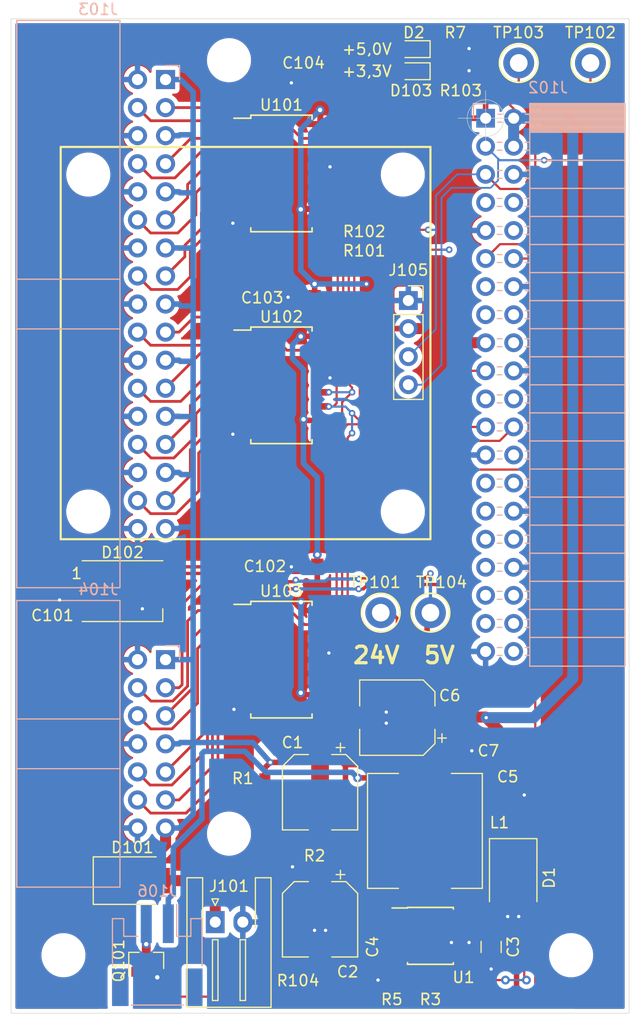
<source format=kicad_pcb>
(kicad_pcb (version 20191123) (host pcbnew "(5.99.0-490-gc7ce93e10)")
  (title_block (title "DomController") (date "2019-12-04") (rev "0.1"))
  (layers (0 "F.Cu" signal) (31 "B.Cu" signal) (34 "B.Paste" user) (35 "F.Paste" user) (36 "B.SilkS" user) (37 "F.SilkS" user) (38 "B.Mask" user) (39 "F.Mask" user) (44 "Edge.Cuts" user))
  (net 0 "")
  (net 1 "Net-(C1-Pad2)")
  (net 2 "+24V")
  (net 3 "GND")
  (net 4 "Net-(C4-Pad2)")
  (net 5 "Net-(C4-Pad1)")
  (net 6 "+5V")
  (net 7 "+3V3")
  (net 8 "Net-(D2-Pad1)")
  (net 9 "Net-(D101-Pad2)")
  (net 10 "/WS2812B")
  (net 11 "Net-(D103-Pad1)")
  (net 12 "/SPI_CS")
  (net 13 "/SPI_SCK")
  (net 14 "/SPI_MOSI")
  (net 15 "/I2C_SCL")
  (net 16 "/I2C_SDA")
  (net 17 "/G8")
  (net 18 "/R8")
  (net 19 "/G7")
  (net 20 "/R7")
  (net 21 "/G6")
  (net 22 "/R6")
  (net 23 "/G5")
  (net 24 "/R5")
  (net 25 "/G4")
  (net 26 "/R4")
  (net 27 "/G3")
  (net 28 "/R3")
  (net 29 "/G2")
  (net 30 "/R2")
  (net 31 "/G1")
  (net 32 "/R1")
  (net 33 "/G1.4")
  (net 34 "/R1.4")
  (net 35 "/G1.3")
  (net 36 "/R1.3")
  (net 37 "/G1.2")
  (net 38 "/R1.2")
  (net 39 "/G1.1")
  (net 40 "/R1.1")
  (net 41 "Net-(R3-Pad2)")
  (net 42 "Net-(U101-Pad9)")
  (net 43 "Net-(U102-Pad9)")
  (net 44 "/Lüfter")
  (net 45 "Net-(J106-Pad2)")
  (net 46 "Net-(Q101-Pad1)")
  (module "Resistor_SMD:R_0603_1608Metric" (layer "F.Cu") (at 204 163.5)
    (fp_text reference "R104" (at 0 -1.45) (layer "F.SilkS"))
    (fp_text value "470")
    (pad "2" smd rect (at 0.8 0) (size 0.82 1) (layers "F.Cu" "F.Paste" "F.Mask") (net 44 "/Lüfter"))
    (pad "1" smd rect (at -0.8 0) (size 0.82 1) (layers "F.Cu" "F.Paste" "F.Mask") (net 46 "Net-(Q101-Pad1)"))
  )
  (module "Package_TO_SOT_SMD:SOT-23" (layer "F.Cu") (at 190.25 160.25 90)
    (fp_text reference "Q101" (at 0 -2.5 90) (layer "F.SilkS"))
    (fp_text value "BC817")
    (pad "3" smd rect (at 1 0 90) (size 0.9 0.8) (layers "F.Cu" "F.Paste" "F.Mask") (net 45 "Net-(J106-Pad2)"))
    (pad "2" smd rect (at -1 0.95 90) (size 0.9 0.8) (layers "F.Cu" "F.Paste" "F.Mask") (net 3 "GND"))
    (pad "1" smd rect (at -1 -0.95 90) (size 0.9 0.8) (layers "F.Cu" "F.Paste" "F.Mask") (net 46 "Net-(Q101-Pad1)"))
  )
  (module "Connector_JST:JST_PH_S2B-PH-SM4-TB_1x02-1MP_P2.00mm_Horizontal" (layer "B.Cu") (at 191.25 159.75 180)
    (fp_text reference "J106" (at 0 5.8) (layer "B.SilkS") (effects (justify mirror)))
    (fp_text value "Conn_01x02_Male")
    (pad "MP" smd rect (at 3.35 -2.9 180) (size 1.5 3.4) (layers "B.Cu" "B.Paste" "B.Mask"))
    (pad "MP" smd rect (at -3.35 -2.9 180) (size 1.5 3.4) (layers "B.Cu" "B.Paste" "B.Mask"))
    (pad "2" smd rect (at 1 2.85 180) (size 1 3.5) (layers "B.Cu" "B.Paste" "B.Mask") (net 45 "Net-(J106-Pad2)"))
    (pad "1" smd rect (at -1 2.85 180) (size 1 3.5) (layers "B.Cu" "B.Paste" "B.Mask") (net 6 "+5V"))
  )
  (module "MountingHole:MountingHole_3.2mm_M3_DIN965" (layer "F.Cu") (at 185 119.6 -90)
    (fp_text reference "MK108" hide)
    (fp_text value "Mounting_Hole")
    (pad "1" np_thru_hole circle (at 0 0 270) (size 3.2 3.2) (drill 3.2) (layers *.Cu *.Mask))
  )
  (module "MountingHole:MountingHole_3.2mm_M3_DIN965" (layer "F.Cu") (at 185 89.1 -90)
    (fp_text reference "MK107" hide)
    (fp_text value "Mounting_Hole")
    (pad "1" np_thru_hole circle (at 0 0 270) (size 3.2 3.2) (drill 3.2) (layers *.Cu *.Mask))
  )
  (module "MountingHole:MountingHole_3.2mm_M3_DIN965" (layer "F.Cu") (at 213.5 119.6 -90)
    (fp_text reference "MK106" hide)
    (fp_text value "Mounting_Hole")
    (pad "1" np_thru_hole circle (at 0 0 270) (size 3.2 3.2) (drill 3.2) (layers *.Cu *.Mask))
  )
  (module "MountingHole:MountingHole_3.2mm_M3_DIN965" (layer "F.Cu") (at 213.5 89.1 -90)
    (fp_text reference "MK105" hide)
    (fp_text value "Mounting_Hole")
    (pad "1" np_thru_hole circle (at 0 0 270) (size 3.2 3.2) (drill 3.2) (layers *.Cu *.Mask))
  )
  (module "MountingHole:MountingHole_3.2mm_M3" (layer "F.Cu") (at 197.75 148.75)
    (fp_text reference "MK104" hide)
    (fp_text value "Mounting_Hole")
    (pad "1" np_thru_hole circle (at 0 0) (size 3.2 3.2) (drill 3.2) (layers *.Cu *.Mask))
  )
  (module "MountingHole:MountingHole_3.2mm_M3" (layer "F.Cu") (at 228.75 159.75)
    (fp_text reference "MK103" hide)
    (fp_text value "Mounting_Hole")
    (pad "1" np_thru_hole circle (at 0 0) (size 3.2 3.2) (drill 3.2) (layers *.Cu *.Mask))
  )
  (module "MountingHole:MountingHole_3.2mm_M3" (layer "F.Cu") (at 197.75 78.75)
    (fp_text reference "MK102" hide)
    (fp_text value "Mounting_Hole")
    (pad "1" np_thru_hole circle (at 0 0) (size 3.2 3.2) (drill 3.2) (layers *.Cu *.Mask))
  )
  (module "MountingHole:MountingHole_3.2mm_M3" (layer "F.Cu") (at 182.75 159.75)
    (fp_text reference "MK101" hide)
    (fp_text value "Mounting_Hole")
    (pad "1" np_thru_hole circle (at 0 0) (size 3.2 3.2) (drill 3.2) (layers *.Cu *.Mask))
  )
  (module "Package_SO:SOIC-16W_5.3x10.2mm_P1.27mm" (layer "F.Cu") (at 202.5 133)
    (fp_text reference "U103" (at 0 -6.2) (layer "F.SilkS"))
    (fp_text value "74HC595")
    (pad "16" smd rect (at 3.55 -4.445) (size 1.5 0.6) (layers "F.Cu" "F.Paste" "F.Mask") (net 7 "+3V3"))
    (pad "15" smd rect (at 3.55 -3.175) (size 1.5 0.6) (layers "F.Cu" "F.Paste" "F.Mask") (net 40 "/R1.1"))
    (pad "14" smd rect (at 3.55 -1.905) (size 1.5 0.6) (layers "F.Cu" "F.Paste" "F.Mask") (net 43 "Net-(U102-Pad9)"))
    (pad "13" smd rect (at 3.55 -0.635) (size 1.5 0.6) (layers "F.Cu" "F.Paste" "F.Mask") (net 3 "GND"))
    (pad "12" smd rect (at 3.55 0.635) (size 1.5 0.6) (layers "F.Cu" "F.Paste" "F.Mask") (net 12 "/SPI_CS"))
    (pad "11" smd rect (at 3.55 1.905) (size 1.5 0.6) (layers "F.Cu" "F.Paste" "F.Mask") (net 13 "/SPI_SCK"))
    (pad "10" smd rect (at 3.55 3.175) (size 1.5 0.6) (layers "F.Cu" "F.Paste" "F.Mask") (net 7 "+3V3"))
    (pad "9" smd rect (at 3.55 4.445) (size 1.5 0.6) (layers "F.Cu" "F.Paste" "F.Mask"))
    (pad "8" smd rect (at -3.55 4.445) (size 1.5 0.6) (layers "F.Cu" "F.Paste" "F.Mask") (net 3 "GND"))
    (pad "7" smd rect (at -3.55 3.175) (size 1.5 0.6) (layers "F.Cu" "F.Paste" "F.Mask") (net 33 "/G1.4"))
    (pad "6" smd rect (at -3.55 1.905) (size 1.5 0.6) (layers "F.Cu" "F.Paste" "F.Mask") (net 34 "/R1.4"))
    (pad "5" smd rect (at -3.55 0.635) (size 1.5 0.6) (layers "F.Cu" "F.Paste" "F.Mask") (net 35 "/G1.3"))
    (pad "4" smd rect (at -3.55 -0.635) (size 1.5 0.6) (layers "F.Cu" "F.Paste" "F.Mask") (net 36 "/R1.3"))
    (pad "3" smd rect (at -3.55 -1.905) (size 1.5 0.6) (layers "F.Cu" "F.Paste" "F.Mask") (net 37 "/G1.2"))
    (pad "2" smd rect (at -3.55 -3.175) (size 1.5 0.6) (layers "F.Cu" "F.Paste" "F.Mask") (net 38 "/R1.2"))
    (pad "1" smd rect (at -3.55 -4.445) (size 1.5 0.6) (layers "F.Cu" "F.Paste" "F.Mask") (net 39 "/G1.1"))
  )
  (module "Package_SO:SOIC-16W_5.3x10.2mm_P1.27mm" (layer "F.Cu") (at 202.5 108.175)
    (fp_text reference "U102" (at 0 -6.2) (layer "F.SilkS"))
    (fp_text value "74HC595")
    (pad "16" smd rect (at 3.55 -4.445) (size 1.5 0.6) (layers "F.Cu" "F.Paste" "F.Mask") (net 7 "+3V3"))
    (pad "15" smd rect (at 3.55 -3.175) (size 1.5 0.6) (layers "F.Cu" "F.Paste" "F.Mask") (net 24 "/R5"))
    (pad "14" smd rect (at 3.55 -1.905) (size 1.5 0.6) (layers "F.Cu" "F.Paste" "F.Mask") (net 42 "Net-(U101-Pad9)"))
    (pad "13" smd rect (at 3.55 -0.635) (size 1.5 0.6) (layers "F.Cu" "F.Paste" "F.Mask") (net 3 "GND"))
    (pad "12" smd rect (at 3.55 0.635) (size 1.5 0.6) (layers "F.Cu" "F.Paste" "F.Mask") (net 12 "/SPI_CS"))
    (pad "11" smd rect (at 3.55 1.905) (size 1.5 0.6) (layers "F.Cu" "F.Paste" "F.Mask") (net 13 "/SPI_SCK"))
    (pad "10" smd rect (at 3.55 3.175) (size 1.5 0.6) (layers "F.Cu" "F.Paste" "F.Mask") (net 7 "+3V3"))
    (pad "9" smd rect (at 3.55 4.445) (size 1.5 0.6) (layers "F.Cu" "F.Paste" "F.Mask") (net 43 "Net-(U102-Pad9)"))
    (pad "8" smd rect (at -3.55 4.445) (size 1.5 0.6) (layers "F.Cu" "F.Paste" "F.Mask") (net 3 "GND"))
    (pad "7" smd rect (at -3.55 3.175) (size 1.5 0.6) (layers "F.Cu" "F.Paste" "F.Mask") (net 17 "/G8"))
    (pad "6" smd rect (at -3.55 1.905) (size 1.5 0.6) (layers "F.Cu" "F.Paste" "F.Mask") (net 18 "/R8"))
    (pad "5" smd rect (at -3.55 0.635) (size 1.5 0.6) (layers "F.Cu" "F.Paste" "F.Mask") (net 19 "/G7"))
    (pad "4" smd rect (at -3.55 -0.635) (size 1.5 0.6) (layers "F.Cu" "F.Paste" "F.Mask") (net 20 "/R7"))
    (pad "3" smd rect (at -3.55 -1.905) (size 1.5 0.6) (layers "F.Cu" "F.Paste" "F.Mask") (net 21 "/G6"))
    (pad "2" smd rect (at -3.55 -3.175) (size 1.5 0.6) (layers "F.Cu" "F.Paste" "F.Mask") (net 22 "/R6"))
    (pad "1" smd rect (at -3.55 -4.445) (size 1.5 0.6) (layers "F.Cu" "F.Paste" "F.Mask") (net 23 "/G5"))
  )
  (module "Package_SO:SOIC-16W_5.3x10.2mm_P1.27mm" (layer "F.Cu") (at 202.5 89)
    (fp_text reference "U101" (at 0 -6.2) (layer "F.SilkS"))
    (fp_text value "74HC595")
    (pad "16" smd rect (at 3.55 -4.445) (size 1.5 0.6) (layers "F.Cu" "F.Paste" "F.Mask") (net 7 "+3V3"))
    (pad "15" smd rect (at 3.55 -3.175) (size 1.5 0.6) (layers "F.Cu" "F.Paste" "F.Mask") (net 32 "/R1"))
    (pad "14" smd rect (at 3.55 -1.905) (size 1.5 0.6) (layers "F.Cu" "F.Paste" "F.Mask") (net 14 "/SPI_MOSI"))
    (pad "13" smd rect (at 3.55 -0.635) (size 1.5 0.6) (layers "F.Cu" "F.Paste" "F.Mask") (net 3 "GND"))
    (pad "12" smd rect (at 3.55 0.635) (size 1.5 0.6) (layers "F.Cu" "F.Paste" "F.Mask") (net 12 "/SPI_CS"))
    (pad "11" smd rect (at 3.55 1.905) (size 1.5 0.6) (layers "F.Cu" "F.Paste" "F.Mask") (net 13 "/SPI_SCK"))
    (pad "10" smd rect (at 3.55 3.175) (size 1.5 0.6) (layers "F.Cu" "F.Paste" "F.Mask") (net 7 "+3V3"))
    (pad "9" smd rect (at 3.55 4.445) (size 1.5 0.6) (layers "F.Cu" "F.Paste" "F.Mask") (net 42 "Net-(U101-Pad9)"))
    (pad "8" smd rect (at -3.55 4.445) (size 1.5 0.6) (layers "F.Cu" "F.Paste" "F.Mask") (net 3 "GND"))
    (pad "7" smd rect (at -3.55 3.175) (size 1.5 0.6) (layers "F.Cu" "F.Paste" "F.Mask") (net 25 "/G4"))
    (pad "6" smd rect (at -3.55 1.905) (size 1.5 0.6) (layers "F.Cu" "F.Paste" "F.Mask") (net 26 "/R4"))
    (pad "5" smd rect (at -3.55 0.635) (size 1.5 0.6) (layers "F.Cu" "F.Paste" "F.Mask") (net 27 "/G3"))
    (pad "4" smd rect (at -3.55 -0.635) (size 1.5 0.6) (layers "F.Cu" "F.Paste" "F.Mask") (net 28 "/R3"))
    (pad "3" smd rect (at -3.55 -1.905) (size 1.5 0.6) (layers "F.Cu" "F.Paste" "F.Mask") (net 29 "/G2"))
    (pad "2" smd rect (at -3.55 -3.175) (size 1.5 0.6) (layers "F.Cu" "F.Paste" "F.Mask") (net 30 "/R2"))
    (pad "1" smd rect (at -3.55 -4.445) (size 1.5 0.6) (layers "F.Cu" "F.Paste" "F.Mask") (net 31 "/G1"))
  )
  (module "Package_SO:SOIC-8_3.9x4.9mm_P1.27mm" (layer "F.Cu") (at 216 158)
    (fp_text reference "U1" (at 3 3.75) (layer "F.SilkS"))
    (fp_text value "TPS5430DDA")
    (pad "8" smd rect (at 2.7 -1.905) (size 1.55 0.6) (layers "F.Cu" "F.Paste" "F.Mask") (net 5 "Net-(C4-Pad1)"))
    (pad "7" smd rect (at 2.7 -0.635) (size 1.55 0.6) (layers "F.Cu" "F.Paste" "F.Mask") (net 2 "+24V"))
    (pad "6" smd rect (at 2.7 0.635) (size 1.55 0.6) (layers "F.Cu" "F.Paste" "F.Mask") (net 3 "GND"))
    (pad "5" smd rect (at 2.7 1.905) (size 1.55 0.6) (layers "F.Cu" "F.Paste" "F.Mask"))
    (pad "4" smd rect (at -2.7 1.905) (size 1.55 0.6) (layers "F.Cu" "F.Paste" "F.Mask") (net 41 "Net-(R3-Pad2)"))
    (pad "3" smd rect (at -2.7 0.635) (size 1.55 0.6) (layers "F.Cu" "F.Paste" "F.Mask"))
    (pad "2" smd rect (at -2.7 -0.635) (size 1.55 0.6) (layers "F.Cu" "F.Paste" "F.Mask"))
    (pad "1" smd rect (at -2.7 -1.905) (size 1.55 0.6) (layers "F.Cu" "F.Paste" "F.Mask") (net 4 "Net-(C4-Pad2)"))
  )
  (module "TestPoint:TestPoint_Keystone_5005-5009_Compact" (layer "F.Cu") (at 216 128.75)
    (fp_text reference "TP104" (at 1 -2.75) (layer "F.SilkS"))
    (fp_text value "+5V")
    (pad "1" thru_hole circle (at 0 0) (size 2.8 2.8) (drill 1.6) (layers *.Cu *.Mask) (net 6 "+5V"))
  )
  (module "TestPoint:TestPoint_Keystone_5005-5009_Compact" (layer "F.Cu") (at 224 79)
    (fp_text reference "TP103" (at 0 -2.75) (layer "F.SilkS"))
    (fp_text value "SCL")
    (pad "1" thru_hole circle (at 0 0) (size 2.8 2.8) (drill 1.6) (layers *.Cu *.Mask) (net 15 "/I2C_SCL"))
  )
  (module "TestPoint:TestPoint_Keystone_5005-5009_Compact" (layer "F.Cu") (at 230.5 79)
    (fp_text reference "TP102" (at 0 -2.75) (layer "F.SilkS"))
    (fp_text value "SDA")
    (pad "1" thru_hole circle (at 0 0) (size 2.8 2.8) (drill 1.6) (layers *.Cu *.Mask) (net 16 "/I2C_SDA"))
  )
  (module "TestPoint:TestPoint_Keystone_5005-5009_Compact" (layer "F.Cu") (at 211.5 128.75)
    (fp_text reference "TP101" (at -0.5 -2.75) (layer "F.SilkS"))
    (fp_text value "+24V")
    (pad "1" thru_hole circle (at 0 0) (size 2.8 2.8) (drill 1.6) (layers *.Cu *.Mask) (net 2 "+24V"))
  )
  (module "Resistor_SMD:R_0603_1608Metric" (layer "F.Cu") (at 218.25 79.75)
    (fp_text reference "R103" (at 0.5 1.75) (layer "F.SilkS"))
    (fp_text value "220")
    (pad "2" smd rect (at 0.8 0) (size 0.82 1) (layers "F.Cu" "F.Paste" "F.Mask") (net 3 "GND"))
    (pad "1" smd rect (at -0.8 0) (size 0.82 1) (layers "F.Cu" "F.Paste" "F.Mask") (net 11 "Net-(D103-Pad1)"))
  )
  (module "Resistor_SMD:R_0603_1608Metric" (layer "F.Cu") (at 213.6 94.1)
    (fp_text reference "R102" (at -3.6 0.15) (layer "F.SilkS"))
    (fp_text value "4,7k")
    (pad "2" smd rect (at 0.8 0) (size 0.82 1) (layers "F.Cu" "F.Paste" "F.Mask") (net 15 "/I2C_SCL"))
    (pad "1" smd rect (at -0.8 0) (size 0.82 1) (layers "F.Cu" "F.Paste" "F.Mask") (net 7 "+3V3"))
  )
  (module "Resistor_SMD:R_0603_1608Metric" (layer "F.Cu") (at 213.6 95.9)
    (fp_text reference "R101" (at -3.6 0.1) (layer "F.SilkS"))
    (fp_text value "4,7k")
    (pad "2" smd rect (at 0.8 0) (size 0.82 1) (layers "F.Cu" "F.Paste" "F.Mask") (net 16 "/I2C_SDA"))
    (pad "1" smd rect (at -0.8 0) (size 0.82 1) (layers "F.Cu" "F.Paste" "F.Mask") (net 7 "+3V3"))
  )
  (module "Resistor_SMD:R_0603_1608Metric" (layer "F.Cu") (at 218.25 77.75)
    (fp_text reference "R7" (at 0 -1.5) (layer "F.SilkS"))
    (fp_text value "470")
    (pad "2" smd rect (at 0.8 0) (size 0.82 1) (layers "F.Cu" "F.Paste" "F.Mask") (net 3 "GND"))
    (pad "1" smd rect (at -0.8 0) (size 0.82 1) (layers "F.Cu" "F.Paste" "F.Mask") (net 8 "Net-(D2-Pad1)"))
  )
  (module "Resistor_SMD:R_0603_1608Metric" (layer "F.Cu") (at 212.5 162 180)
    (fp_text reference "R5" (at 0 -1.75) (layer "F.SilkS"))
    (fp_text value "3,24k")
    (pad "2" smd rect (at 0.8 0 180) (size 0.82 1) (layers "F.Cu" "F.Paste" "F.Mask") (net 3 "GND"))
    (pad "1" smd rect (at -0.8 0 180) (size 0.82 1) (layers "F.Cu" "F.Paste" "F.Mask") (net 41 "Net-(R3-Pad2)"))
  )
  (module "Resistor_SMD:R_0603_1608Metric" (layer "F.Cu") (at 216 162 180)
    (fp_text reference "R3" (at 0 -1.75) (layer "F.SilkS"))
    (fp_text value "10k")
    (pad "2" smd rect (at 0.8 0 180) (size 0.82 1) (layers "F.Cu" "F.Paste" "F.Mask") (net 41 "Net-(R3-Pad2)"))
    (pad "1" smd rect (at -0.8 0 180) (size 0.82 1) (layers "F.Cu" "F.Paste" "F.Mask") (net 6 "+5V"))
  )
  (module "Resistor_SMD:R_0603_1608Metric" (layer "F.Cu") (at 203.5 150.5 -90)
    (fp_text reference "R2" (at 0.25 -2 180) (layer "F.SilkS"))
    (fp_text value "100k")
    (pad "2" smd rect (at 0.8 0 270) (size 0.82 1) (layers "F.Cu" "F.Paste" "F.Mask") (net 3 "GND"))
    (pad "1" smd rect (at -0.8 0 270) (size 0.82 1) (layers "F.Cu" "F.Paste" "F.Mask") (net 1 "Net-(C1-Pad2)"))
  )
  (module "Resistor_SMD:R_0603_1608Metric" (layer "F.Cu") (at 201 144.5 -90)
    (fp_text reference "R1" (at -0.75 2 180) (layer "F.SilkS"))
    (fp_text value "100k")
    (pad "2" smd rect (at 0.8 0 270) (size 0.82 1) (layers "F.Cu" "F.Paste" "F.Mask") (net 1 "Net-(C1-Pad2)"))
    (pad "1" smd rect (at -0.8 0 270) (size 0.82 1) (layers "F.Cu" "F.Paste" "F.Mask") (net 2 "+24V"))
  )
  (module "Inductor_SMD:L_Wuerth_HCI-1040" (layer "F.Cu") (at 215.5 148.5 -90)
    (fp_text reference "L1" (at -0.75 -6.75 180) (layer "F.SilkS"))
    (fp_text value "33µH")
    (pad "2" smd rect (at 4 0 270) (size 3.5 4) (layers "F.Cu" "F.Paste" "F.Mask") (net 5 "Net-(C4-Pad1)"))
    (pad "1" smd rect (at -4 0 270) (size 3.5 4) (layers "F.Cu" "F.Paste" "F.Mask") (net 6 "+5V"))
  )
  (module "Connector_PinSocket_2.54mm:PinSocket_1x04_P2.54mm_Vertical" (layer "F.Cu") (at 214 100.5)
    (fp_text reference "J105" (at 0 -2.75) (layer "F.SilkS"))
    (fp_text value "0,96\" OLED")
    (pad "4" thru_hole oval (at 0 7.62) (size 1.7 1.7) (drill 1) (layers *.Cu *.Mask) (net 16 "/I2C_SDA"))
    (pad "3" thru_hole oval (at 0 5.08) (size 1.7 1.7) (drill 1) (layers *.Cu *.Mask) (net 15 "/I2C_SCL"))
    (pad "2" thru_hole oval (at 0 2.54) (size 1.7 1.7) (drill 1) (layers *.Cu *.Mask) (net 7 "+3V3"))
    (pad "1" thru_hole rect (at 0 0) (size 1.7 1.7) (drill 1) (layers *.Cu *.Mask) (net 3 "GND"))
  )
  (module "Connector_IDC:IDC-Header_2x07_P2.54mm_Horizontal" (layer "B.Cu") (at 192 133 180)
    (fp_text reference "J104" (at 6.105 6.35) (layer "B.SilkS") (effects (justify mirror)))
    (fp_text value "Stecker des Zweifarb-Ringlichts")
    (pad "14" thru_hole oval (at 2.54 -15.24 180) (size 1.7272 1.7272) (drill 1.016) (layers *.Cu *.Mask) (net 3 "GND"))
    (pad "13" thru_hole oval (at 0 -15.24 180) (size 1.7272 1.7272) (drill 1.016) (layers *.Cu *.Mask) (net 2 "+24V"))
    (pad "12" thru_hole oval (at 2.54 -12.7 180) (size 1.7272 1.7272) (drill 1.016) (layers *.Cu *.Mask) (net 33 "/G1.4"))
    (pad "11" thru_hole oval (at 0 -12.7 180) (size 1.7272 1.7272) (drill 1.016) (layers *.Cu *.Mask) (net 34 "/R1.4"))
    (pad "10" thru_hole oval (at 2.54 -10.16 180) (size 1.7272 1.7272) (drill 1.016) (layers *.Cu *.Mask) (net 35 "/G1.3"))
    (pad "9" thru_hole oval (at 0 -10.16 180) (size 1.7272 1.7272) (drill 1.016) (layers *.Cu *.Mask) (net 36 "/R1.3"))
    (pad "8" thru_hole oval (at 2.54 -7.62 180) (size 1.7272 1.7272) (drill 1.016) (layers *.Cu *.Mask) (net 3 "GND"))
    (pad "7" thru_hole oval (at 0 -7.62 180) (size 1.7272 1.7272) (drill 1.016) (layers *.Cu *.Mask) (net 2 "+24V"))
    (pad "6" thru_hole oval (at 2.54 -5.08 180) (size 1.7272 1.7272) (drill 1.016) (layers *.Cu *.Mask) (net 37 "/G1.2"))
    (pad "5" thru_hole oval (at 0 -5.08 180) (size 1.7272 1.7272) (drill 1.016) (layers *.Cu *.Mask) (net 38 "/R1.2"))
    (pad "4" thru_hole oval (at 2.54 -2.54 180) (size 1.7272 1.7272) (drill 1.016) (layers *.Cu *.Mask) (net 39 "/G1.1"))
    (pad "3" thru_hole oval (at 0 -2.54 180) (size 1.7272 1.7272) (drill 1.016) (layers *.Cu *.Mask) (net 40 "/R1.1"))
    (pad "2" thru_hole oval (at 2.54 0 180) (size 1.7272 1.7272) (drill 1.016) (layers *.Cu *.Mask) (net 3 "GND"))
    (pad "1" thru_hole rect (at 0 0 180) (size 1.7272 1.7272) (drill 1.016) (layers *.Cu *.Mask) (net 2 "+24V"))
  )
  (module "Connector_IDC:IDC-Header_2x17_P2.54mm_Horizontal" (layer "B.Cu") (at 192 80.5 180)
    (fp_text reference "J103" (at 6.105 6.35) (layer "B.SilkS") (effects (justify mirror)))
    (fp_text value "Stecker der Lichtdomplatten")
    (pad "34" thru_hole oval (at 2.54 -40.64 180) (size 1.7272 1.7272) (drill 1.016) (layers *.Cu *.Mask) (net 3 "GND"))
    (pad "33" thru_hole oval (at 0 -40.64 180) (size 1.7272 1.7272) (drill 1.016) (layers *.Cu *.Mask) (net 2 "+24V"))
    (pad "32" thru_hole oval (at 2.54 -38.1 180) (size 1.7272 1.7272) (drill 1.016) (layers *.Cu *.Mask) (net 17 "/G8"))
    (pad "31" thru_hole oval (at 0 -38.1 180) (size 1.7272 1.7272) (drill 1.016) (layers *.Cu *.Mask) (net 18 "/R8"))
    (pad "30" thru_hole oval (at 2.54 -35.56 180) (size 1.7272 1.7272) (drill 1.016) (layers *.Cu *.Mask) (net 3 "GND"))
    (pad "29" thru_hole oval (at 0 -35.56 180) (size 1.7272 1.7272) (drill 1.016) (layers *.Cu *.Mask) (net 2 "+24V"))
    (pad "28" thru_hole oval (at 2.54 -33.02 180) (size 1.7272 1.7272) (drill 1.016) (layers *.Cu *.Mask) (net 19 "/G7"))
    (pad "27" thru_hole oval (at 0 -33.02 180) (size 1.7272 1.7272) (drill 1.016) (layers *.Cu *.Mask) (net 20 "/R7"))
    (pad "26" thru_hole oval (at 2.54 -30.48 180) (size 1.7272 1.7272) (drill 1.016) (layers *.Cu *.Mask) (net 3 "GND"))
    (pad "25" thru_hole oval (at 0 -30.48 180) (size 1.7272 1.7272) (drill 1.016) (layers *.Cu *.Mask) (net 2 "+24V"))
    (pad "24" thru_hole oval (at 2.54 -27.94 180) (size 1.7272 1.7272) (drill 1.016) (layers *.Cu *.Mask) (net 21 "/G6"))
    (pad "23" thru_hole oval (at 0 -27.94 180) (size 1.7272 1.7272) (drill 1.016) (layers *.Cu *.Mask) (net 22 "/R6"))
    (pad "22" thru_hole oval (at 2.54 -25.4 180) (size 1.7272 1.7272) (drill 1.016) (layers *.Cu *.Mask) (net 3 "GND"))
    (pad "21" thru_hole oval (at 0 -25.4 180) (size 1.7272 1.7272) (drill 1.016) (layers *.Cu *.Mask) (net 2 "+24V"))
    (pad "20" thru_hole oval (at 2.54 -22.86 180) (size 1.7272 1.7272) (drill 1.016) (layers *.Cu *.Mask) (net 23 "/G5"))
    (pad "19" thru_hole oval (at 0 -22.86 180) (size 1.7272 1.7272) (drill 1.016) (layers *.Cu *.Mask) (net 24 "/R5"))
    (pad "18" thru_hole oval (at 2.54 -20.32 180) (size 1.7272 1.7272) (drill 1.016) (layers *.Cu *.Mask) (net 3 "GND"))
    (pad "17" thru_hole oval (at 0 -20.32 180) (size 1.7272 1.7272) (drill 1.016) (layers *.Cu *.Mask) (net 2 "+24V"))
    (pad "16" thru_hole oval (at 2.54 -17.78 180) (size 1.7272 1.7272) (drill 1.016) (layers *.Cu *.Mask) (net 25 "/G4"))
    (pad "15" thru_hole oval (at 0 -17.78 180) (size 1.7272 1.7272) (drill 1.016) (layers *.Cu *.Mask) (net 26 "/R4"))
    (pad "14" thru_hole oval (at 2.54 -15.24 180) (size 1.7272 1.7272) (drill 1.016) (layers *.Cu *.Mask) (net 3 "GND"))
    (pad "13" thru_hole oval (at 0 -15.24 180) (size 1.7272 1.7272) (drill 1.016) (layers *.Cu *.Mask) (net 2 "+24V"))
    (pad "12" thru_hole oval (at 2.54 -12.7 180) (size 1.7272 1.7272) (drill 1.016) (layers *.Cu *.Mask) (net 27 "/G3"))
    (pad "11" thru_hole oval (at 0 -12.7 180) (size 1.7272 1.7272) (drill 1.016) (layers *.Cu *.Mask) (net 28 "/R3"))
    (pad "10" thru_hole oval (at 2.54 -10.16 180) (size 1.7272 1.7272) (drill 1.016) (layers *.Cu *.Mask) (net 3 "GND"))
    (pad "9" thru_hole oval (at 0 -10.16 180) (size 1.7272 1.7272) (drill 1.016) (layers *.Cu *.Mask) (net 2 "+24V"))
    (pad "8" thru_hole oval (at 2.54 -7.62 180) (size 1.7272 1.7272) (drill 1.016) (layers *.Cu *.Mask) (net 29 "/G2"))
    (pad "7" thru_hole oval (at 0 -7.62 180) (size 1.7272 1.7272) (drill 1.016) (layers *.Cu *.Mask) (net 30 "/R2"))
    (pad "6" thru_hole oval (at 2.54 -5.08 180) (size 1.7272 1.7272) (drill 1.016) (layers *.Cu *.Mask) (net 3 "GND"))
    (pad "5" thru_hole oval (at 0 -5.08 180) (size 1.7272 1.7272) (drill 1.016) (layers *.Cu *.Mask) (net 2 "+24V"))
    (pad "4" thru_hole oval (at 2.54 -2.54 180) (size 1.7272 1.7272) (drill 1.016) (layers *.Cu *.Mask) (net 31 "/G1"))
    (pad "3" thru_hole oval (at 0 -2.54 180) (size 1.7272 1.7272) (drill 1.016) (layers *.Cu *.Mask) (net 32 "/R1"))
    (pad "2" thru_hole oval (at 2.54 0 180) (size 1.7272 1.7272) (drill 1.016) (layers *.Cu *.Mask) (net 3 "GND"))
    (pad "1" thru_hole rect (at 0 0 180) (size 1.7272 1.7272) (drill 1.016) (layers *.Cu *.Mask) (net 2 "+24V"))
  )
  (module "Connector_PinSocket_2.54mm:PinSocket_2x20_P2.54mm_Horizontal" (layer "B.Cu") (at 221 84 180)
    (fp_text reference "J102" (at -5.65 2.77) (layer "B.SilkS") (effects (justify mirror)))
    (fp_text value "Raspberry_Pi_2_3")
    (pad "40" thru_hole oval (at -2.54 -48.26 180) (size 1.7 1.7) (drill 1) (layers *.Cu *.Mask))
    (pad "39" thru_hole oval (at 0 -48.26 180) (size 1.7 1.7) (drill 1) (layers *.Cu *.Mask) (net 3 "GND"))
    (pad "38" thru_hole oval (at -2.54 -45.72 180) (size 1.7 1.7) (drill 1) (layers *.Cu *.Mask))
    (pad "37" thru_hole oval (at 0 -45.72 180) (size 1.7 1.7) (drill 1) (layers *.Cu *.Mask))
    (pad "36" thru_hole oval (at -2.54 -43.18 180) (size 1.7 1.7) (drill 1) (layers *.Cu *.Mask))
    (pad "35" thru_hole oval (at 0 -43.18 180) (size 1.7 1.7) (drill 1) (layers *.Cu *.Mask))
    (pad "34" thru_hole oval (at -2.54 -40.64 180) (size 1.7 1.7) (drill 1) (layers *.Cu *.Mask) (net 3 "GND"))
    (pad "33" thru_hole oval (at 0 -40.64 180) (size 1.7 1.7) (drill 1) (layers *.Cu *.Mask))
    (pad "32" thru_hole oval (at -2.54 -38.1 180) (size 1.7 1.7) (drill 1) (layers *.Cu *.Mask))
    (pad "31" thru_hole oval (at 0 -38.1 180) (size 1.7 1.7) (drill 1) (layers *.Cu *.Mask))
    (pad "30" thru_hole oval (at -2.54 -35.56 180) (size 1.7 1.7) (drill 1) (layers *.Cu *.Mask) (net 3 "GND"))
    (pad "29" thru_hole oval (at 0 -35.56 180) (size 1.7 1.7) (drill 1) (layers *.Cu *.Mask))
    (pad "28" thru_hole oval (at -2.54 -33.02 180) (size 1.7 1.7) (drill 1) (layers *.Cu *.Mask))
    (pad "27" thru_hole oval (at 0 -33.02 180) (size 1.7 1.7) (drill 1) (layers *.Cu *.Mask))
    (pad "26" thru_hole oval (at -2.54 -30.48 180) (size 1.7 1.7) (drill 1) (layers *.Cu *.Mask))
    (pad "25" thru_hole oval (at 0 -30.48 180) (size 1.7 1.7) (drill 1) (layers *.Cu *.Mask) (net 3 "GND"))
    (pad "24" thru_hole oval (at -2.54 -27.94 180) (size 1.7 1.7) (drill 1) (layers *.Cu *.Mask) (net 12 "/SPI_CS"))
    (pad "23" thru_hole oval (at 0 -27.94 180) (size 1.7 1.7) (drill 1) (layers *.Cu *.Mask) (net 13 "/SPI_SCK"))
    (pad "22" thru_hole oval (at -2.54 -25.4 180) (size 1.7 1.7) (drill 1) (layers *.Cu *.Mask))
    (pad "21" thru_hole oval (at 0 -25.4 180) (size 1.7 1.7) (drill 1) (layers *.Cu *.Mask))
    (pad "20" thru_hole oval (at -2.54 -22.86 180) (size 1.7 1.7) (drill 1) (layers *.Cu *.Mask) (net 3 "GND"))
    (pad "19" thru_hole oval (at 0 -22.86 180) (size 1.7 1.7) (drill 1) (layers *.Cu *.Mask) (net 14 "/SPI_MOSI"))
    (pad "18" thru_hole oval (at -2.54 -20.32 180) (size 1.7 1.7) (drill 1) (layers *.Cu *.Mask))
    (pad "17" thru_hole oval (at 0 -20.32 180) (size 1.7 1.7) (drill 1) (layers *.Cu *.Mask) (net 7 "+3V3"))
    (pad "16" thru_hole oval (at -2.54 -17.78 180) (size 1.7 1.7) (drill 1) (layers *.Cu *.Mask))
    (pad "15" thru_hole oval (at 0 -17.78 180) (size 1.7 1.7) (drill 1) (layers *.Cu *.Mask))
    (pad "14" thru_hole oval (at -2.54 -15.24 180) (size 1.7 1.7) (drill 1) (layers *.Cu *.Mask) (net 3 "GND"))
    (pad "13" thru_hole oval (at 0 -15.24 180) (size 1.7 1.7) (drill 1) (layers *.Cu *.Mask))
    (pad "12" thru_hole oval (at -2.54 -12.7 180) (size 1.7 1.7) (drill 1) (layers *.Cu *.Mask) (net 10 "/WS2812B"))
    (pad "11" thru_hole oval (at 0 -12.7 180) (size 1.7 1.7) (drill 1) (layers *.Cu *.Mask) (net 44 "/Lüfter"))
    (pad "10" thru_hole oval (at -2.54 -10.16 180) (size 1.7 1.7) (drill 1) (layers *.Cu *.Mask))
    (pad "9" thru_hole oval (at 0 -10.16 180) (size 1.7 1.7) (drill 1) (layers *.Cu *.Mask) (net 3 "GND"))
    (pad "8" thru_hole oval (at -2.54 -7.62 180) (size 1.7 1.7) (drill 1) (layers *.Cu *.Mask))
    (pad "7" thru_hole oval (at 0 -7.62 180) (size 1.7 1.7) (drill 1) (layers *.Cu *.Mask))
    (pad "6" thru_hole oval (at -2.54 -5.08 180) (size 1.7 1.7) (drill 1) (layers *.Cu *.Mask) (net 3 "GND"))
    (pad "5" thru_hole oval (at 0 -5.08 180) (size 1.7 1.7) (drill 1) (layers *.Cu *.Mask) (net 15 "/I2C_SCL"))
    (pad "4" thru_hole oval (at -2.54 -2.54 180) (size 1.7 1.7) (drill 1) (layers *.Cu *.Mask) (net 6 "+5V"))
    (pad "3" thru_hole oval (at 0 -2.54 180) (size 1.7 1.7) (drill 1) (layers *.Cu *.Mask) (net 16 "/I2C_SDA"))
    (pad "2" thru_hole oval (at -2.54 0 180) (size 1.7 1.7) (drill 1) (layers *.Cu *.Mask) (net 6 "+5V"))
    (pad "1" thru_hole rect (at 0 0 180) (size 1.7 1.7) (drill 1) (layers *.Cu *.Mask) (net 7 "+3V3"))
  )
  (module "Connector_JST:JST_XH_S02B-XH-A-1_1x02_P2.50mm_Horizontal" (layer "F.Cu") (at 196.5 156.75)
    (fp_text reference "J101" (at 1.25 -3.25 180) (layer "F.SilkS"))
    (fp_text value "Conn_01x02_Male")
    (pad "2" thru_hole oval (at 2.5 0) (size 1.7 2) (drill 1) (layers *.Cu *.Mask) (net 3 "GND"))
    (pad "1" thru_hole rect (at 0 0) (size 1.7 2) (drill 1) (layers *.Cu *.Mask) (net 9 "Net-(D101-Pad2)"))
  )
  (module "LED_SMD:LED_0603_1608Metric" (layer "F.Cu") (at 214.5 79.75 180)
    (fp_text reference "D103" (at 0.25 -1.75) (layer "F.SilkS"))
    (fp_text value "grün")
    (pad "2" smd rect (at 0.8 0 180) (size 0.82 1) (layers "F.Cu" "F.Paste" "F.Mask") (net 7 "+3V3"))
    (pad "1" smd rect (at -0.8 0 180) (size 0.82 1) (layers "F.Cu" "F.Paste" "F.Mask") (net 11 "Net-(D103-Pad1)"))
  )
  (module "LED_SMD:LED_WS2812B_PLCC4_5.0x5.0mm_P3.2mm" (layer "F.Cu") (at 188.1 126.8)
    (fp_text reference "D102" (at 0 -3.5) (layer "F.SilkS"))
    (fp_text value "WS2812B")
    (fp_text user "1" (at -4.15 -1.6) (layer "F.SilkS"))
    (pad "1" smd rect (at -2.45 -1.6) (size 1.5 1) (layers "F.Cu" "F.Paste" "F.Mask") (net 6 "+5V"))
    (pad "2" smd rect (at -2.45 1.6) (size 1.5 1) (layers "F.Cu" "F.Paste" "F.Mask"))
    (pad "4" smd rect (at 2.45 -1.6) (size 1.5 1) (layers "F.Cu" "F.Paste" "F.Mask") (net 10 "/WS2812B"))
    (pad "3" smd rect (at 2.45 1.6) (size 1.5 1) (layers "F.Cu" "F.Paste" "F.Mask") (net 3 "GND"))
  )
  (module "Diode_SMD:D_SMB" (layer "F.Cu") (at 189 153)
    (fp_text reference "D101" (at 0 -3) (layer "F.SilkS"))
    (fp_text value "STPS340U")
    (pad "2" smd rect (at 2.15 0) (size 2.5 2.3) (layers "F.Cu" "F.Paste" "F.Mask") (net 9 "Net-(D101-Pad2)"))
    (pad "1" smd rect (at -2.15 0) (size 2.5 2.3) (layers "F.Cu" "F.Paste" "F.Mask") (net 2 "+24V"))
  )
  (module "LED_SMD:LED_0603_1608Metric" (layer "F.Cu") (at 214.5 77.75 180)
    (fp_text reference "D2" (at 0 1.5) (layer "F.SilkS"))
    (fp_text value "grün")
    (pad "2" smd rect (at 0.8 0 180) (size 0.82 1) (layers "F.Cu" "F.Paste" "F.Mask") (net 6 "+5V"))
    (pad "1" smd rect (at -0.8 0 180) (size 0.82 1) (layers "F.Cu" "F.Paste" "F.Mask") (net 8 "Net-(D2-Pad1)"))
  )
  (module "Diode_SMD:D_SMB" (layer "F.Cu") (at 223.5 152.75 -90)
    (fp_text reference "D1" (at 0 -3.25 90) (layer "F.SilkS"))
    (fp_text value "STPS340U")
    (pad "2" smd rect (at 2.15 0 270) (size 2.5 2.3) (layers "F.Cu" "F.Paste" "F.Mask") (net 3 "GND"))
    (pad "1" smd rect (at -2.15 0 270) (size 2.5 2.3) (layers "F.Cu" "F.Paste" "F.Mask") (net 5 "Net-(C4-Pad1)"))
  )
  (module "Capacitor_SMD:C_0805_2012Metric" (layer "F.Cu") (at 204.87 80.75 180)
    (fp_text reference "C104" (at 0.37 1.75) (layer "F.SilkS"))
    (fp_text value "1µ 16V")
    (pad "2" smd rect (at 0.88 0 180) (size 1.12 1.4) (layers "F.Cu" "F.Paste" "F.Mask") (net 3 "GND"))
    (pad "1" smd rect (at -0.88 0 180) (size 1.12 1.4) (layers "F.Cu" "F.Paste" "F.Mask") (net 7 "+3V3"))
  )
  (module "Capacitor_SMD:C_0805_2012Metric" (layer "F.Cu") (at 204.63 100.25 180)
    (fp_text reference "C103" (at 3.87 0) (layer "F.SilkS"))
    (fp_text value "1µ 16V")
    (pad "2" smd rect (at 0.88 0 180) (size 1.12 1.4) (layers "F.Cu" "F.Paste" "F.Mask") (net 3 "GND"))
    (pad "1" smd rect (at -0.88 0 180) (size 1.12 1.4) (layers "F.Cu" "F.Paste" "F.Mask") (net 7 "+3V3"))
  )
  (module "Capacitor_SMD:C_0805_2012Metric" (layer "F.Cu") (at 204.87 124.555 180)
    (fp_text reference "C102" (at 3.87 0) (layer "F.SilkS"))
    (fp_text value "1µ 16V")
    (pad "2" smd rect (at 0.88 0 180) (size 1.12 1.4) (layers "F.Cu" "F.Paste" "F.Mask") (net 3 "GND"))
    (pad "1" smd rect (at -0.88 0 180) (size 1.12 1.4) (layers "F.Cu" "F.Paste" "F.Mask") (net 7 "+3V3"))
  )
  (module "Capacitor_SMD:C_0805_2012Metric" (layer "F.Cu") (at 182.4 126.1 -90)
    (fp_text reference "C101" (at 2.9 0.65 180) (layer "F.SilkS"))
    (fp_text value "1µ 16V")
    (pad "2" smd rect (at 0.88 0 270) (size 1.12 1.4) (layers "F.Cu" "F.Paste" "F.Mask") (net 3 "GND"))
    (pad "1" smd rect (at -0.88 0 270) (size 1.12 1.4) (layers "F.Cu" "F.Paste" "F.Mask") (net 6 "+5V"))
  )
  (module "Capacitor_SMD:C_0603_1608Metric" (layer "F.Cu") (at 218.5 141.25)
    (fp_text reference "C7" (at 2.75 0) (layer "F.SilkS"))
    (fp_text value "100n 16V")
    (pad "2" smd rect (at 0.8 0) (size 0.82 1) (layers "F.Cu" "F.Paste" "F.Mask") (net 3 "GND"))
    (pad "1" smd rect (at -0.8 0) (size 0.82 1) (layers "F.Cu" "F.Paste" "F.Mask") (net 6 "+5V"))
  )
  (module "Capacitor_SMD:CP_Elec_6.3x7.7" (layer "F.Cu") (at 213 138.25 180)
    (fp_text reference "C6" (at -4.75 2) (layer "F.SilkS"))
    (fp_text value "330µF 6,3V")
    (pad "2" smd rect (at 2.7 0 180) (size 3.5 1.6) (layers "F.Cu" "F.Paste" "F.Mask") (net 3 "GND"))
    (pad "1" smd rect (at -2.7 0 180) (size 3.5 1.6) (layers "F.Cu" "F.Paste" "F.Mask") (net 6 "+5V"))
  )
  (module "Capacitor_SMD:C_0805_2012Metric" (layer "F.Cu") (at 223 145.25)
    (fp_text reference "C5" (at 0 -1.65) (layer "F.SilkS"))
    (fp_text value "1µ 16V")
    (pad "2" smd rect (at 0.88 0) (size 1.12 1.4) (layers "F.Cu" "F.Paste" "F.Mask") (net 3 "GND"))
    (pad "1" smd rect (at -0.88 0) (size 1.12 1.4) (layers "F.Cu" "F.Paste" "F.Mask") (net 6 "+5V"))
  )
  (module "Capacitor_SMD:C_0603_1608Metric" (layer "F.Cu") (at 210.75 156.25 -90)
    (fp_text reference "C4" (at 2.75 0 90) (layer "F.SilkS"))
    (fp_text value "10n 50V X7R")
    (pad "2" smd rect (at 0.8 0 270) (size 0.82 1) (layers "F.Cu" "F.Paste" "F.Mask") (net 4 "Net-(C4-Pad2)"))
    (pad "1" smd rect (at -0.8 0 270) (size 0.82 1) (layers "F.Cu" "F.Paste" "F.Mask") (net 5 "Net-(C4-Pad1)"))
  )
  (module "Capacitor_SMD:C_1206_3216Metric" (layer "F.Cu") (at 221.5 159 -90)
    (fp_text reference "C3" (at 0 -2 90) (layer "F.SilkS"))
    (fp_text value "100n 50V")
    (pad "2" smd rect (at 1.43 0 270) (size 1.22 1.8) (layers "F.Cu" "F.Paste" "F.Mask") (net 3 "GND"))
    (pad "1" smd rect (at -1.43 0 270) (size 1.22 1.8) (layers "F.Cu" "F.Paste" "F.Mask") (net 2 "+24V"))
  )
  (module "Capacitor_SMD:CP_Elec_6.3x7.7" (layer "F.Cu") (at 206 156.5 -90)
    (fp_text reference "C2" (at 4.75 -2.5 180) (layer "F.SilkS"))
    (fp_text value "100µF 25V")
    (pad "2" smd rect (at 2.7 0 270) (size 3.5 1.6) (layers "F.Cu" "F.Paste" "F.Mask") (net 3 "GND"))
    (pad "1" smd rect (at -2.7 0 270) (size 3.5 1.6) (layers "F.Cu" "F.Paste" "F.Mask") (net 1 "Net-(C1-Pad2)"))
  )
  (module "Capacitor_SMD:CP_Elec_6.3x7.7" (layer "F.Cu") (at 206 145 -90)
    (fp_text reference "C1" (at -4.5 2.5 180) (layer "F.SilkS"))
    (fp_text value "100µF 25V")
    (pad "2" smd rect (at 2.7 0 270) (size 3.5 1.6) (layers "F.Cu" "F.Paste" "F.Mask") (net 1 "Net-(C1-Pad2)"))
    (pad "1" smd rect (at -2.7 0 270) (size 3.5 1.6) (layers "F.Cu" "F.Paste" "F.Mask") (net 2 "+24V"))
  )
  (gr_text "24V  5V" (at 213.6 132.6) (layer "F.SilkS") (effects (font (size 1.5 1.5) (thickness 0.3))))
  (gr_text "+3,3V" (at 210.25 79.75) (layer "F.SilkS") (effects (font (size 1 1))))
  (gr_text "+5,0V" (at 210.25 77.75) (layer "F.SilkS") (effects (font (size 1 1))))
  (gr_line (start 178 87.5) (end 178 165) (layer "Edge.Cuts") (width 0.05))
  (gr_line (start 234 165) (end 178 165) (layer "Edge.Cuts") (width 0.05))
  (gr_line (start 234 82) (end 234 165) (layer "Edge.Cuts") (width 0.05))
  (gr_line (start 178 75) (end 178 87.5) (layer "Edge.Cuts") (width 0.05))
  (gr_line (start 234 75) (end 178 75) (layer "Edge.Cuts") (width 0.05))
  (gr_line (start 234 82) (end 234 75) (layer "Edge.Cuts") (width 0.05))
  (target plus (at 221 84) (size 5) (width 0.05) (layer "Edge.Cuts"))
  (gr_line (start 182.5 86.6) (end 213.5 86.6) (layer "F.SilkS") (width 0.2))
  (gr_line (start 182.5 122.1) (end 182.5 86.6) (layer "F.SilkS") (width 0.2))
  (gr_line (start 216 122.1) (end 182.5 122.1) (layer "F.SilkS") (width 0.2))
  (gr_line (start 216 86.6) (end 216 122.1) (layer "F.SilkS") (width 0.2))
  (gr_line (start 213.5 86.6) (end 216 86.6) (layer "F.SilkS") (width 0.2))
  (segment (start 215.5 144.5) (end 215.5 142.025) (width 0.3) (layer "F.Cu") (net 6))
  (segment (start 215.5 142.025) (end 216.275 141.25) (width 0.3) (layer "F.Cu") (net 6))
  (segment (start 216.275 141.25) (end 216.99 141.25) (width 0.3) (layer "F.Cu") (net 6))
  (segment (start 216.99 141.25) (end 217.7 141.25) (width 0.3) (layer "F.Cu") (net 6))
  (segment (start 212.7 152.5) (end 215.5 152.5) (width 1) (layer "F.Cu") (net 5))
  (segment (start 210.75 155.45) (end 210.75 154.04) (width 1) (layer "F.Cu") (net 5))
  (segment (start 210.75 154.04) (end 212.29 152.5) (width 1) (layer "F.Cu") (net 5))
  (segment (start 212.29 152.5) (end 212.7 152.5) (width 1) (layer "F.Cu") (net 5))
  (segment (start 220.5 150.6) (end 223.5 150.6) (width 1) (layer "F.Cu") (net 5))
  (segment (start 220.4 150.6) (end 220.5 150.6) (width 0.5) (layer "F.Cu") (net 5))
  (segment (start 218.6 152.5) (end 218.6 152.4) (width 1) (layer "F.Cu") (net 5))
  (segment (start 218.6 152.4) (end 220.4 150.6) (width 1) (layer "F.Cu") (net 5))
  (segment (start 215.5 152.5) (end 218.6 152.5) (width 1) (layer "F.Cu") (net 5))
  (segment (start 215.5 154.75) (end 215.5 152.5) (width 1) (layer "F.Cu") (net 5))
  (segment (start 218.7 156.095) (end 216.845 156.095) (width 1) (layer "F.Cu") (net 5))
  (segment (start 216.845 156.095) (end 215.5 154.75) (width 1) (layer "F.Cu") (net 5))
  (segment (start 221.849999 87.389999) (end 221 86.54) (width 0.16) (layer "B.Cu") (net 16))
  (segment (start 222.130001 87.670001) (end 221.849999 87.389999) (width 0.16) (layer "B.Cu") (net 16))
  (segment (start 214 108.12) (end 215.202081 108.12) (width 0.16) (layer "B.Cu") (net 16))
  (segment (start 215.202081 108.12) (end 217 106.322081) (width 0.16) (layer "B.Cu") (net 16))
  (segment (start 216.5 91) (end 218.42 89.08) (width 0.16) (layer "B.Cu") (net 15))
  (segment (start 218.42 89.08) (end 221 89.08) (width 0.16) (layer "B.Cu") (net 15))
  (segment (start 214 105.58) (end 216.5 103.08) (width 0.16) (layer "B.Cu") (net 15))
  (segment (start 192 83.04) (end 201.54 83.04) (width 0.25) (layer "F.Cu") (net 32))
  (segment (start 204.325 85.825) (end 206.05 85.825) (width 0.25) (layer "F.Cu") (net 32))
  (segment (start 201.54 83.04) (end 204.325 85.825) (width 0.25) (layer "F.Cu") (net 32))
  (segment (start 190.648601 84.228601) (end 195.771399 84.228601) (width 0.25) (layer "F.Cu") (net 31))
  (segment (start 189.46 83.04) (end 190.648601 84.228601) (width 0.25) (layer "F.Cu") (net 31))
  (segment (start 196.097798 84.555) (end 198.95 84.555) (width 0.25) (layer "F.Cu") (net 31))
  (segment (start 195.771399 84.228601) (end 196.097798 84.555) (width 0.25) (layer "F.Cu") (net 31))
  (segment (start 194.295 85.825) (end 192 88.12) (width 0.25) (layer "F.Cu") (net 30))
  (segment (start 198.95 85.825) (end 194.295 85.825) (width 0.25) (layer "F.Cu") (net 30))
  (segment (start 192 93.2) (end 194 91.2) (width 0.25) (layer "F.Cu") (net 28))
  (segment (start 194 91.2) (end 194 90) (width 0.25) (layer "F.Cu") (net 28))
  (segment (start 195.635 88.365) (end 198.95 88.365) (width 0.25) (layer "F.Cu") (net 28))
  (segment (start 194 90) (end 195.635 88.365) (width 0.25) (layer "F.Cu") (net 28))
  (segment (start 198.95 89.635) (end 195.865 89.635) (width 0.25) (layer "F.Cu") (net 27))
  (segment (start 195.865 89.635) (end 194.75 90.75) (width 0.25) (layer "F.Cu") (net 27))
  (segment (start 194.75 90.75) (end 194.75 92.75) (width 0.25) (layer "F.Cu") (net 27))
  (segment (start 190.323599 94.063599) (end 189.46 93.2) (width 0.25) (layer "F.Cu") (net 27))
  (segment (start 190.648601 94.388601) (end 190.323599 94.063599) (width 0.25) (layer "F.Cu") (net 27))
  (segment (start 193.111399 94.388601) (end 190.648601 94.388601) (width 0.25) (layer "F.Cu") (net 27))
  (segment (start 194.75 92.75) (end 193.111399 94.388601) (width 0.25) (layer "F.Cu") (net 27))
  (segment (start 193.221314 103.36) (end 194.581314 102) (width 0.25) (layer "F.Cu") (net 24))
  (segment (start 192 103.36) (end 193.221314 103.36) (width 0.25) (layer "F.Cu") (net 24))
  (segment (start 194.581314 102) (end 200 102) (width 0.25) (layer "F.Cu") (net 24))
  (segment (start 203 105) (end 206.05 105) (width 0.25) (layer "F.Cu") (net 24))
  (segment (start 200 102) (end 203 105) (width 0.25) (layer "F.Cu") (net 24))
  (segment (start 197.95 103.73) (end 197.131399 104.548601) (width 0.25) (layer "F.Cu") (net 23))
  (segment (start 198.95 103.73) (end 197.95 103.73) (width 0.25) (layer "F.Cu") (net 23))
  (segment (start 190.648601 104.548601) (end 189.46 103.36) (width 0.25) (layer "F.Cu") (net 23))
  (segment (start 197.131399 104.548601) (end 190.648601 104.548601) (width 0.25) (layer "F.Cu") (net 23))
  (segment (start 195.44 105) (end 198.95 105) (width 0.25) (layer "F.Cu") (net 22))
  (segment (start 192 108.44) (end 195.44 105) (width 0.25) (layer "F.Cu") (net 22))
  (segment (start 198.95 106.27) (end 196.73 106.27) (width 0.25) (layer "F.Cu") (net 21))
  (segment (start 190.323599 109.303599) (end 189.46 108.44) (width 0.25) (layer "F.Cu") (net 21))
  (segment (start 190.648601 109.628601) (end 190.323599 109.303599) (width 0.25) (layer "F.Cu") (net 21))
  (segment (start 193.371399 109.628601) (end 190.648601 109.628601) (width 0.25) (layer "F.Cu") (net 21))
  (segment (start 196.73 106.27) (end 193.371399 109.628601) (width 0.25) (layer "F.Cu") (net 21))
  (segment (start 192 113.52) (end 194.25 111.27) (width 0.25) (layer "F.Cu") (net 20))
  (segment (start 194.25 111.27) (end 194.25 110) (width 0.25) (layer "F.Cu") (net 20))
  (segment (start 196.71 107.54) (end 198.95 107.54) (width 0.25) (layer "F.Cu") (net 20))
  (segment (start 194.25 110) (end 196.71 107.54) (width 0.25) (layer "F.Cu") (net 20))
  (segment (start 198.95 108.81) (end 196.69 108.81) (width 0.25) (layer "F.Cu") (net 19))
  (segment (start 196.69 108.81) (end 194.75 110.75) (width 0.25) (layer "F.Cu") (net 19))
  (segment (start 194.75 110.75) (end 194.75 112.75) (width 0.25) (layer "F.Cu") (net 19))
  (segment (start 194.75 112.75) (end 192.75 114.75) (width 0.25) (layer "F.Cu") (net 19))
  (segment (start 190.69 114.75) (end 189.46 113.52) (width 0.25) (layer "F.Cu") (net 19))
  (segment (start 192.75 114.75) (end 190.69 114.75) (width 0.25) (layer "F.Cu") (net 19))
  (segment (start 192 118.6) (end 194.25 116.35) (width 0.25) (layer "F.Cu") (net 18))
  (segment (start 194.25 116.35) (end 194.25 114) (width 0.25) (layer "F.Cu") (net 18))
  (segment (start 194.25 114) (end 195.5 112.75) (width 0.25) (layer "F.Cu") (net 18))
  (segment (start 195.5 112.75) (end 195.5 111.25) (width 0.25) (layer "F.Cu") (net 18))
  (segment (start 196.67 110.08) (end 198.95 110.08) (width 0.25) (layer "F.Cu") (net 18))
  (segment (start 195.5 111.25) (end 196.67 110.08) (width 0.25) (layer "F.Cu") (net 18))
  (segment (start 197.95 111.35) (end 195 114.3) (width 0.25) (layer "F.Cu") (net 17))
  (segment (start 198.95 111.35) (end 197.95 111.35) (width 0.25) (layer "F.Cu") (net 17))
  (segment (start 195 114.3) (end 195 117.75) (width 0.25) (layer "F.Cu") (net 17))
  (segment (start 190.323599 119.463599) (end 189.46 118.6) (width 0.25) (layer "F.Cu") (net 17))
  (segment (start 190.648601 119.788601) (end 190.323599 119.463599) (width 0.25) (layer "F.Cu") (net 17))
  (segment (start 192.961399 119.788601) (end 190.648601 119.788601) (width 0.25) (layer "F.Cu") (net 17))
  (segment (start 195 117.75) (end 192.961399 119.788601) (width 0.25) (layer "F.Cu") (net 17))
  (segment (start 193.221314 135.54) (end 193.5 135.261314) (width 0.25) (layer "F.Cu") (net 40))
  (segment (start 192 135.54) (end 193.221314 135.54) (width 0.25) (layer "F.Cu") (net 40))
  (segment (start 193.5 135.261314) (end 193.5 128) (width 0.25) (layer "F.Cu") (net 40))
  (segment (start 193.5 128) (end 195.25 126.25) (width 0.25) (layer "F.Cu") (net 40))
  (segment (start 195.25 126.25) (end 201 126.25) (width 0.25) (layer "F.Cu") (net 40))
  (segment (start 204.575 129.825) (end 206.05 129.825) (width 0.25) (layer "F.Cu") (net 40))
  (segment (start 201 126.25) (end 204.575 129.825) (width 0.25) (layer "F.Cu") (net 40))
  (segment (start 198.95 128.555) (end 194.945 128.555) (width 0.25) (layer "F.Cu") (net 39))
  (segment (start 194.945 128.555) (end 194 129.5) (width 0.25) (layer "F.Cu") (net 39))
  (segment (start 194 135.397724) (end 192.647724 136.75) (width 0.25) (layer "F.Cu") (net 39))
  (segment (start 194 129.5) (end 194 135.397724) (width 0.25) (layer "F.Cu") (net 39))
  (segment (start 190.67 136.75) (end 189.46 135.54) (width 0.25) (layer "F.Cu") (net 39))
  (segment (start 192.647724 136.75) (end 190.67 136.75) (width 0.25) (layer "F.Cu") (net 39))
  (segment (start 192 138.034134) (end 194.45001 135.584124) (width 0.25) (layer "F.Cu") (net 38))
  (segment (start 192 138.08) (end 192 138.034134) (width 0.25) (layer "F.Cu") (net 38))
  (segment (start 194.45001 135.584124) (end 194.45001 131.04999) (width 0.25) (layer "F.Cu") (net 38))
  (segment (start 195.675 129.825) (end 198.95 129.825) (width 0.25) (layer "F.Cu") (net 38))
  (segment (start 194.45001 131.04999) (end 195.675 129.825) (width 0.25) (layer "F.Cu") (net 38))
  (segment (start 198.95 131.095) (end 195.80502 131.095) (width 0.25) (layer "F.Cu") (net 37))
  (segment (start 195.80502 131.095) (end 194.90002 132) (width 0.25) (layer "F.Cu") (net 37))
  (segment (start 194.90002 136.93911) (end 192.570529 139.268601) (width 0.25) (layer "F.Cu") (net 37))
  (segment (start 194.90002 132) (end 194.90002 136.93911) (width 0.25) (layer "F.Cu") (net 37))
  (segment (start 190.648601 139.268601) (end 189.46 138.08) (width 0.25) (layer "F.Cu") (net 37))
  (segment (start 192.570529 139.268601) (end 190.648601 139.268601) (width 0.25) (layer "F.Cu") (net 37))
  (segment (start 192 143.16) (end 195.35003 139.80997) (width 0.25) (layer "F.Cu") (net 36))
  (segment (start 195.35003 139.80997) (end 195.35003 132.89997) (width 0.25) (layer "F.Cu") (net 36))
  (segment (start 195.885 132.365) (end 198.95 132.365) (width 0.25) (layer "F.Cu") (net 36))
  (segment (start 195.35003 132.89997) (end 195.885 132.365) (width 0.25) (layer "F.Cu") (net 36))
  (segment (start 198.95 133.635) (end 196.91504 133.635) (width 0.25) (layer "F.Cu") (net 35))
  (segment (start 196.91504 133.635) (end 195.80004 134.75) (width 0.25) (layer "F.Cu") (net 35))
  (segment (start 189.46 143.21) (end 189.46 143.16) (width 0.25) (layer "F.Cu") (net 35))
  (segment (start 190.598601 144.348601) (end 189.46 143.21) (width 0.25) (layer "F.Cu") (net 35))
  (segment (start 192.570529 144.348601) (end 190.598601 144.348601) (width 0.25) (layer "F.Cu") (net 35))
  (segment (start 195.80004 134.75) (end 195.80004 141.11909) (width 0.25) (layer "F.Cu") (net 35))
  (segment (start 195.80004 141.11909) (end 192.570529 144.348601) (width 0.25) (layer "F.Cu") (net 35))
  (segment (start 193.221314 145.7) (end 196.25005 142.671264) (width 0.25) (layer "F.Cu") (net 34))
  (segment (start 192 145.7) (end 193.221314 145.7) (width 0.25) (layer "F.Cu") (net 34))
  (segment (start 196.25005 142.671264) (end 196.25005 136.24995) (width 0.25) (layer "F.Cu") (net 34))
  (segment (start 197.595 134.905) (end 198.95 134.905) (width 0.25) (layer "F.Cu") (net 34))
  (segment (start 196.25005 136.24995) (end 197.595 134.905) (width 0.25) (layer "F.Cu") (net 34))
  (segment (start 190.648601 146.888601) (end 189.46 145.7) (width 0.25) (layer "F.Cu") (net 33))
  (segment (start 198.95 136.175) (end 197.825 136.175) (width 0.25) (layer "F.Cu") (net 33))
  (segment (start 196.75 137.25) (end 196.75 144) (width 0.25) (layer "F.Cu") (net 33))
  (segment (start 197.825 136.175) (end 196.75 137.25) (width 0.25) (layer "F.Cu") (net 33))
  (segment (start 196.75 144) (end 193.861399 146.888601) (width 0.25) (layer "F.Cu") (net 33))
  (segment (start 193.861399 146.888601) (end 190.648601 146.888601) (width 0.25) (layer "F.Cu") (net 33))
  (via (at 204.25 136) (size 0.8) (drill 0.4) (layers "F.Cu" "B.Cu") (net 7))
  (segment (start 206.05 136.175) (end 204.425 136.175) (width 0.25) (layer "F.Cu") (net 7))
  (segment (start 204.425 136.175) (end 204.25 136) (width 0.25) (layer "F.Cu") (net 7))
  (segment (start 205.75 126.25) (end 205.75 124.555) (width 0.25) (layer "F.Cu") (net 7))
  (via (at 204.5 111.25) (size 0.8) (drill 0.4) (layers "F.Cu" "B.Cu") (net 7))
  (via (at 204.25 103.75) (size 0.8) (drill 0.4) (layers "F.Cu" "B.Cu") (net 7))
  (segment (start 205.75 126.25) (end 204.262653 127.737347) (width 0.5) (layer "F.Cu") (net 7))
  (segment (start 204.25 127.75) (end 204.262653 127.737347) (width 0.25) (layer "F.Cu") (net 7))
  (segment (start 204.5 106.75) (end 203.5 105.75) (width 0.5) (layer "B.Cu") (net 7))
  (segment (start 204.5 111.25) (end 204.5 106.75) (width 0.5) (layer "B.Cu") (net 7))
  (segment (start 203.5 105.75) (end 203.5 104.5) (width 0.5) (layer "B.Cu") (net 7))
  (segment (start 203.5 104.5) (end 204.25 103.75) (width 0.5) (layer "B.Cu") (net 7))
  (segment (start 204.27 103.73) (end 204.25 103.75) (width 0.5) (layer "F.Cu") (net 7))
  (segment (start 206.05 103.73) (end 204.27 103.73) (width 0.5) (layer "F.Cu") (net 7))
  (segment (start 204.6 111.35) (end 204.5 111.25) (width 0.5) (layer "F.Cu") (net 7))
  (segment (start 206.05 111.35) (end 204.6 111.35) (width 0.5) (layer "F.Cu") (net 7))
  (segment (start 205.51 101.49) (end 205.51 100.25) (width 0.5) (layer "F.Cu") (net 7))
  (segment (start 204.25 103.75) (end 204.25 102.75) (width 0.5) (layer "F.Cu") (net 7))
  (segment (start 204.25 102.75) (end 205.51 101.49) (width 0.5) (layer "F.Cu") (net 7))
  (via (at 205.5 99) (size 0.8) (drill 0.4) (layers "F.Cu" "B.Cu") (net 7))
  (segment (start 205.51 100.25) (end 205.51 99.01) (width 0.5) (layer "F.Cu") (net 7))
  (segment (start 205.51 99.01) (end 205.5 99) (width 0.5) (layer "F.Cu") (net 7))
  (via (at 204.25 92.25) (size 0.8) (drill 0.4) (layers "F.Cu" "B.Cu") (net 7))
  (segment (start 205.5 99) (end 204.25 97.75) (width 0.5) (layer "B.Cu") (net 7))
  (segment (start 204.25 97.75) (end 204.25 92.25) (width 0.5) (layer "B.Cu") (net 7))
  (segment (start 205.975 92.25) (end 206.05 92.175) (width 0.5) (layer "F.Cu") (net 7))
  (segment (start 204.25 92.25) (end 205.975 92.25) (width 0.5) (layer "F.Cu") (net 7))
  (via (at 206 83.25) (size 0.8) (drill 0.4) (layers "F.Cu" "B.Cu") (net 7))
  (segment (start 204.25 92.25) (end 204.25 85) (width 0.5) (layer "B.Cu") (net 7))
  (segment (start 204.25 85) (end 206 83.25) (width 0.5) (layer "B.Cu") (net 7))
  (segment (start 206 84.505) (end 206.05 84.555) (width 0.5) (layer "F.Cu") (net 7))
  (segment (start 206 83.25) (end 206 84.505) (width 0.5) (layer "F.Cu") (net 7))
  (segment (start 206 81) (end 205.75 80.75) (width 0.5) (layer "F.Cu") (net 7))
  (segment (start 206 83.25) (end 206 81) (width 0.5) (layer "F.Cu") (net 7))
  (segment (start 216.75 84) (end 221 84) (width 0.5) (layer "F.Cu") (net 7))
  (segment (start 216 83.25) (end 216.75 84) (width 0.5) (layer "F.Cu") (net 7))
  (segment (start 193.221314 148.24) (end 193.231314 148.25) (width 0.5) (layer "B.Cu") (net 2))
  (segment (start 192 148.24) (end 193.221314 148.24) (width 0.5) (layer "B.Cu") (net 2))
  (segment (start 193.231314 148.25) (end 194.5 146.981314) (width 0.5) (layer "B.Cu") (net 2))
  (segment (start 193.3636 80.5) (end 192 80.5) (width 0.5) (layer "B.Cu") (net 2))
  (segment (start 194.5 81.6364) (end 193.3636 80.5) (width 0.5) (layer "B.Cu") (net 2))
  (segment (start 193.301314 85.5) (end 194.5 85.5) (width 0.5) (layer "B.Cu") (net 2))
  (segment (start 193.221314 85.58) (end 193.301314 85.5) (width 0.5) (layer "B.Cu") (net 2))
  (segment (start 192 85.58) (end 193.221314 85.58) (width 0.5) (layer "B.Cu") (net 2))
  (segment (start 194.5 85.5) (end 194.5 81.6364) (width 0.5) (layer "B.Cu") (net 2))
  (segment (start 193.311314 90.75) (end 194.5 90.75) (width 0.5) (layer "B.Cu") (net 2))
  (segment (start 192 90.66) (end 193.221314 90.66) (width 0.5) (layer "B.Cu") (net 2))
  (segment (start 193.221314 90.66) (end 193.311314 90.75) (width 0.5) (layer "B.Cu") (net 2))
  (segment (start 194.5 90.75) (end 194.5 85.5) (width 0.5) (layer "B.Cu") (net 2))
  (segment (start 193.231314 95.75) (end 194.5 95.75) (width 0.5) (layer "B.Cu") (net 2))
  (segment (start 193.221314 95.74) (end 193.231314 95.75) (width 0.5) (layer "B.Cu") (net 2))
  (segment (start 192 95.74) (end 193.221314 95.74) (width 0.5) (layer "B.Cu") (net 2))
  (segment (start 194.5 95.75) (end 194.5 90.75) (width 0.5) (layer "B.Cu") (net 2))
  (segment (start 193.401314 101) (end 194.5 101) (width 0.5) (layer "B.Cu") (net 2))
  (segment (start 193.221314 100.82) (end 193.401314 101) (width 0.5) (layer "B.Cu") (net 2))
  (segment (start 192 100.82) (end 193.221314 100.82) (width 0.5) (layer "B.Cu") (net 2))
  (segment (start 194.5 101) (end 194.5 95.75) (width 0.5) (layer "B.Cu") (net 2))
  (segment (start 193.321314 106) (end 194.5 106) (width 0.5) (layer "B.Cu") (net 2))
  (segment (start 193.221314 105.9) (end 193.321314 106) (width 0.5) (layer "B.Cu") (net 2))
  (segment (start 192 105.9) (end 193.221314 105.9) (width 0.5) (layer "B.Cu") (net 2))
  (segment (start 194.5 106) (end 194.5 101) (width 0.5) (layer "B.Cu") (net 2))
  (segment (start 193.241314 111) (end 194.5 111) (width 0.5) (layer "B.Cu") (net 2))
  (segment (start 193.221314 110.98) (end 193.241314 111) (width 0.5) (layer "B.Cu") (net 2))
  (segment (start 192 110.98) (end 193.221314 110.98) (width 0.5) (layer "B.Cu") (net 2))
  (segment (start 194.5 111) (end 194.5 106) (width 0.5) (layer "B.Cu") (net 2))
  (segment (start 193.411314 116.25) (end 194.5 116.25) (width 0.5) (layer "B.Cu") (net 2))
  (segment (start 193.221314 116.06) (end 193.411314 116.25) (width 0.5) (layer "B.Cu") (net 2))
  (segment (start 192 116.06) (end 193.221314 116.06) (width 0.5) (layer "B.Cu") (net 2))
  (segment (start 194.5 116.25) (end 194.5 111) (width 0.5) (layer "B.Cu") (net 2))
  (segment (start 193.361314 121) (end 194.5 121) (width 0.5) (layer "B.Cu") (net 2))
  (segment (start 193.221314 121.14) (end 193.361314 121) (width 0.5) (layer "B.Cu") (net 2))
  (segment (start 192 121.14) (end 193.221314 121.14) (width 0.5) (layer "B.Cu") (net 2))
  (segment (start 194.5 121) (end 194.5 116.25) (width 0.5) (layer "B.Cu") (net 2))
  (segment (start 193.3636 133) (end 194.5 133) (width 0.5) (layer "B.Cu") (net 2))
  (segment (start 192 133) (end 193.3636 133) (width 0.5) (layer "B.Cu") (net 2))
  (segment (start 194.5 133) (end 194.5 121) (width 0.5) (layer "B.Cu") (net 2))
  (segment (start 193.221314 140.62) (end 193.341314 140.5) (width 0.5) (layer "B.Cu") (net 2))
  (segment (start 192 140.62) (end 193.221314 140.62) (width 0.5) (layer "B.Cu") (net 2))
  (segment (start 194.5 146.981314) (end 194.5 140.5) (width 0.5) (layer "B.Cu") (net 2))
  (segment (start 193.341314 140.5) (end 194.5 140.5) (width 0.5) (layer "B.Cu") (net 2))
  (segment (start 194.5 140.5) (end 194.5 133) (width 0.5) (layer "B.Cu") (net 2))
  (via (at 205.75 123.5) (size 0.8) (drill 0.4) (layers "F.Cu" "B.Cu") (net 7))
  (segment (start 205.75 124.555) (end 205.75 123.5) (width 0.25) (layer "F.Cu") (net 7))
  (segment (start 205.75 123.5) (end 205.75 126.25) (width 0.5) (layer "F.Cu") (net 7))
  (segment (start 205.75 123.5) (end 205.75 116.5) (width 0.5) (layer "B.Cu") (net 7))
  (segment (start 205.75 116.5) (end 204.5 115.25) (width 0.5) (layer "B.Cu") (net 7))
  (segment (start 204.5 115.25) (end 204.5 111.25) (width 0.5) (layer "B.Cu") (net 7))
  (via (at 204.262653 127.8) (size 0.8) (drill 0.4) (layers "F.Cu" "B.Cu") (net 7))
  (segment (start 204.262653 135.987347) (end 204.25 136) (width 0.5) (layer "B.Cu") (net 7))
  (segment (start 204.262653 127.762653) (end 204.25 127.75) (width 0.5) (layer "F.Cu") (net 7))
  (segment (start 204.262653 127.8) (end 204.262653 127.762653) (width 0.5) (layer "F.Cu") (net 7))
  (segment (start 204.262653 127.8) (end 204.262653 135.987347) (width 0.5) (layer "B.Cu") (net 7))
  (segment (start 205.6 127.8) (end 206.05 128.555) (width 0.25) (layer "F.Cu") (net 7))
  (segment (start 204.262653 127.8) (end 205.6 127.8) (width 0.25) (layer "F.Cu") (net 7))
  (via (at 206.8 132.4) (size 0.6) (drill 0.3) (layers "F.Cu" "B.Cu") (net 3))
  (via (at 203.4 124.6) (size 0.6) (drill 0.3) (layers "F.Cu" "B.Cu") (net 3))
  (via (at 206.9 107.5) (size 0.6) (drill 0.3) (layers "F.Cu" "B.Cu") (net 3))
  (via (at 203.1 100.2) (size 0.6) (drill 0.3) (layers "F.Cu" "B.Cu") (net 3))
  (via (at 206.9 88.4) (size 0.6) (drill 0.3) (layers "F.Cu" "B.Cu") (net 3))
  (via (at 203.4 80.8) (size 0.6) (drill 0.3) (layers "F.Cu" "B.Cu") (net 3))
  (via (at 198.1 93.5) (size 0.6) (drill 0.3) (layers "F.Cu" "B.Cu") (net 3))
  (via (at 198.1 112.6) (size 0.6) (drill 0.3) (layers "F.Cu" "B.Cu") (net 3))
  (via (at 198.2 137.5) (size 0.6) (drill 0.3) (layers "F.Cu" "B.Cu") (net 3))
  (via (at 224.5 145.25) (size 0.6) (drill 0.3) (layers "F.Cu" "B.Cu") (net 3))
  (via (at 223 156.25) (size 0.6) (drill 0.3) (layers "F.Cu" "B.Cu") (net 3))
  (via (at 224 156.25) (size 0.6) (drill 0.3) (layers "F.Cu" "B.Cu") (net 3))
  (via (at 221.5 161) (size 0.6) (drill 0.3) (layers "F.Cu" "B.Cu") (net 3))
  (via (at 211.25 162) (size 0.6) (drill 0.3) (layers "F.Cu" "B.Cu") (net 3))
  (via (at 205.5 157.5) (size 0.6) (drill 0.3) (layers "F.Cu" "B.Cu") (net 3))
  (via (at 206.5 157.5) (size 0.6) (drill 0.3) (layers "F.Cu" "B.Cu") (net 3))
  (via (at 203.5 151.75) (size 0.6) (drill 0.3) (layers "F.Cu" "B.Cu") (net 3))
  (via (at 212 137.75) (size 0.6) (drill 0.3) (layers "F.Cu" "B.Cu") (net 3))
  (via (at 212 138.75) (size 0.6) (drill 0.3) (layers "F.Cu" "B.Cu") (net 3))
  (via (at 219.75 141.25) (size 0.6) (drill 0.3) (layers "F.Cu" "B.Cu") (net 3))
  (via (at 219.5 158.6) (size 0.6) (drill 0.3) (layers "F.Cu" "B.Cu") (net 3))
  (via (at 217.9 158.6) (size 0.6) (drill 0.3) (layers "F.Cu" "B.Cu") (net 3))
  (segment (start 206 153.8) (end 206 147.7) (width 1) (layer "F.Cu") (net 1))
  (segment (start 203.5 149.7) (end 203.5 148.1) (width 0.5) (layer "F.Cu") (net 1))
  (segment (start 203.9 147.7) (end 206 147.7) (width 0.5) (layer "F.Cu") (net 1))
  (segment (start 203.5 148.1) (end 203.9 147.7) (width 0.5) (layer "F.Cu") (net 1))
  (segment (start 203.5 148.1) (end 203.5 145.7) (width 0.5) (layer "F.Cu") (net 1))
  (segment (start 203.1 145.3) (end 201 145.3) (width 0.5) (layer "F.Cu") (net 1))
  (segment (start 203.5 145.7) (end 203.1 145.3) (width 0.5) (layer "F.Cu") (net 1))
  (segment (start 221.295 157.365) (end 221.5 157.57) (width 0.5) (layer "F.Cu") (net 2))
  (segment (start 218.7 157.365) (end 221.295 157.365) (width 0.5) (layer "F.Cu") (net 2))
  (segment (start 208 142.3) (end 206 142.3) (width 0.5) (layer "F.Cu") (net 2))
  (segment (start 208.3 142.6) (end 208 142.3) (width 0.5) (layer "F.Cu") (net 2))
  (segment (start 201.49 142.3) (end 206 142.3) (width 0.5) (layer "F.Cu") (net 2))
  (segment (start 201 143.7) (end 201 142.79) (width 0.5) (layer "F.Cu") (net 2))
  (segment (start 201 142.79) (end 201.49 142.3) (width 0.5) (layer "F.Cu") (net 2))
  (via (at 201.49 142.3) (size 0.6) (drill 0.3) (layers "F.Cu" "B.Cu") (net 2))
  (segment (start 199.9 140.5) (end 194.5 140.5) (width 0.5) (layer "B.Cu") (net 2))
  (segment (start 201.49 142.3) (end 199.9 140.5) (width 0.5) (layer "B.Cu") (net 2))
  (segment (start 212.325 156.095) (end 213.3 156.095) (width 0.2) (layer "F.Cu") (net 4))
  (segment (start 210.84 157.05) (end 211.795 156.095) (width 0.2) (layer "F.Cu") (net 4))
  (segment (start 211.795 156.095) (end 212.325 156.095) (width 0.2) (layer "F.Cu") (net 4))
  (segment (start 210.75 157.05) (end 210.84 157.05) (width 0.2) (layer "F.Cu") (net 4))
  (segment (start 213.3 160.405) (end 213.3 162) (width 0.2) (layer "F.Cu") (net 41))
  (segment (start 213.3 159.905) (end 213.3 160.405) (width 0.2) (layer "F.Cu") (net 41))
  (segment (start 213.3 162) (end 215.2 162) (width 0.2) (layer "F.Cu") (net 41))
  (segment (start 223 155.4) (end 223.5 154.9) (width 0.2) (layer "F.Cu") (net 3))
  (segment (start 223 156.25) (end 223 155.4) (width 0.2) (layer "F.Cu") (net 3))
  (segment (start 215.5 144.5) (end 215.5 143.45) (width 0.5) (layer "F.Cu") (net 6))
  (segment (start 218.5 144.5) (end 215.5 144.5) (width 1) (layer "F.Cu") (net 6))
  (segment (start 222.12 145.25) (end 219.25 145.25) (width 1) (layer "F.Cu") (net 6))
  (segment (start 219.25 145.25) (end 218.5 144.5) (width 1) (layer "F.Cu") (net 6))
  (segment (start 215.7 138.25) (end 215.7 138.3) (width 1) (layer "F.Cu") (net 6))
  (segment (start 215.7 138.3) (end 215.8 138.2) (width 1) (layer "F.Cu") (net 6))
  (segment (start 215.8 138.2) (end 221 138.2) (width 1) (layer "F.Cu") (net 6))
  (segment (start 222.12 139.32) (end 222.12 145.25) (width 1) (layer "F.Cu") (net 6))
  (segment (start 221 138.2) (end 221.05 138.25) (width 1) (layer "F.Cu") (net 6))
  (segment (start 222.12 145.25) (end 222.12 147.62) (width 0.2) (layer "F.Cu") (net 6))
  (segment (start 222.12 147.62) (end 222.8 148.3) (width 0.2) (layer "F.Cu") (net 6))
  (segment (start 222.8 148.3) (end 226.6 148.3) (width 0.2) (layer "F.Cu") (net 6))
  (segment (start 226.6 148.3) (end 227 148.7) (width 0.2) (layer "F.Cu") (net 6))
  (segment (start 227 148.7) (end 227 156) (width 0.2) (layer "F.Cu") (net 6))
  (segment (start 227 156) (end 224.5 158.5) (width 0.2) (layer "F.Cu") (net 6))
  (via (at 224.7 162) (size 0.8) (drill 0.4) (layers "F.Cu" "B.Cu") (net 6))
  (segment (start 224.5 158.5) (end 224.5 161.8) (width 0.2) (layer "F.Cu") (net 6))
  (segment (start 224.5 161.8) (end 224.7 162) (width 0.2) (layer "F.Cu") (net 6))
  (via (at 222.8 162) (size 0.8) (drill 0.4) (layers "F.Cu" "B.Cu") (net 6))
  (segment (start 224.7 162) (end 222.8 162) (width 0.2) (layer "B.Cu") (net 6))
  (segment (start 222.234315 162) (end 216.8 162) (width 0.2) (layer "F.Cu") (net 6))
  (segment (start 222.8 162) (end 222.234315 162) (width 0.2) (layer "F.Cu") (net 6))
  (segment (start 215.7 129.05) (end 216 128.75) (width 0.5) (layer "F.Cu") (net 6))
  (segment (start 215.7 138.25) (end 215.7 129.05) (width 0.5) (layer "F.Cu") (net 6))
  (segment (start 210.5 128.75) (end 212.479898 128.75) (width 0.3) (layer "F.Cu") (net 2))
  (segment (start 213 129.270102) (end 213 141.5) (width 0.3) (layer "F.Cu") (net 2))
  (segment (start 211.9 142.6) (end 208.3 142.6) (width 0.3) (layer "F.Cu") (net 2))
  (segment (start 213 141.5) (end 211.9 142.6) (width 0.3) (layer "F.Cu") (net 2))
  (segment (start 206.05 113.12) (end 207.5 114.57) (width 0.2) (layer "F.Cu") (net 43))
  (segment (start 206.05 112.62) (end 206.05 113.12) (width 0.2) (layer "F.Cu") (net 43))
  (segment (start 207.5 114.57) (end 207.5 130.8) (width 0.2) (layer "F.Cu") (net 43))
  (segment (start 207.205 131.095) (end 206.05 131.095) (width 0.2) (layer "F.Cu") (net 43))
  (segment (start 207.5 130.8) (end 207.205 131.095) (width 0.2) (layer "F.Cu") (net 43))
  (segment (start 212.479898 128.75) (end 213 129.270102) (width 0.3) (layer "F.Cu") (net 2))
  (segment (start 211.5 128.75) (end 212.479898 128.75) (width 0.3) (layer "F.Cu") (net 2))
  (segment (start 207.265 133.635) (end 208 132.9) (width 0.2) (layer "F.Cu") (net 12))
  (segment (start 206.05 133.635) (end 207.265 133.635) (width 0.2) (layer "F.Cu") (net 12))
  (segment (start 208 132.9) (end 208 112.2) (width 0.2) (layer "F.Cu") (net 12))
  (segment (start 208 112.2) (end 208.5 111.7) (width 0.2) (layer "F.Cu") (net 12))
  (segment (start 207 90.905) (end 207.005 90.9) (width 0.2) (layer "F.Cu") (net 13))
  (segment (start 206.05 90.905) (end 207 90.905) (width 0.2) (layer "F.Cu") (net 13))
  (segment (start 207.9 90.9) (end 208.09999 91.09999) (width 0.2) (layer "F.Cu") (net 13))
  (segment (start 207.005 90.9) (end 207.9 90.9) (width 0.2) (layer "F.Cu") (net 13))
  (segment (start 223.54 111.94) (end 222.28 113.2) (width 0.2) (layer "F.Cu") (net 12))
  (segment (start 222.28 113.2) (end 217.3 113.2) (width 0.2) (layer "F.Cu") (net 12))
  (segment (start 215.8 111.7) (end 208.5 111.7) (width 0.2) (layer "F.Cu") (net 12))
  (segment (start 217.3 113.2) (end 215.8 111.7) (width 0.2) (layer "F.Cu") (net 12))
  (segment (start 207 134.905) (end 207.005 134.9) (width 0.2) (layer "F.Cu") (net 13))
  (segment (start 206.05 134.905) (end 207 134.905) (width 0.2) (layer "F.Cu") (net 13))
  (segment (start 207.005 134.9) (end 207.7 134.9) (width 0.2) (layer "F.Cu") (net 13))
  (segment (start 207.7 134.9) (end 208.5 134.1) (width 0.2) (layer "F.Cu") (net 13))
  (segment (start 208.5 134.1) (end 208.5 112.9) (width 0.2) (layer "F.Cu") (net 13))
  (segment (start 208.5 112.9) (end 208.9 112.5) (width 0.2) (layer "F.Cu") (net 13))
  (segment (start 208.9 112.5) (end 208.9 110.7) (width 0.2) (layer "B.Cu") (net 13))
  (segment (start 209.4 111.2) (end 208.9 110.7) (width 0.2) (layer "F.Cu") (net 13))
  (segment (start 221 111.94) (end 216.84 111.94) (width 0.2) (layer "F.Cu") (net 13))
  (segment (start 216.1 111.2) (end 209.4 111.2) (width 0.2) (layer "F.Cu") (net 13))
  (segment (start 216.84 111.94) (end 216.1 111.2) (width 0.2) (layer "F.Cu") (net 13))
  (via (at 206.8 110.1) (size 0.6) (drill 0.3) (layers "F.Cu" "B.Cu") (net 13))
  (via (at 206.8 108.8) (size 0.6) (drill 0.3) (layers "F.Cu" "B.Cu") (net 12))
  (via (at 208.9 110.7) (size 0.6) (drill 0.3) (layers "F.Cu" "B.Cu") (net 13))
  (via (at 208.9 112.5) (size 0.6) (drill 0.3) (layers "F.Cu" "B.Cu") (net 13))
  (segment (start 208.3 110.1) (end 208.9 110.7) (width 0.2) (layer "B.Cu") (net 13))
  (segment (start 206.8 110.1) (end 208.3 110.1) (width 0.2) (layer "B.Cu") (net 13))
  (segment (start 208 112.2) (end 208 109.7) (width 0.2) (layer "F.Cu") (net 12))
  (via (at 208.9 108.8) (size 0.6) (drill 0.3) (layers "F.Cu" "B.Cu") (net 12))
  (segment (start 208 109.7) (end 208.9 108.8) (width 0.2) (layer "F.Cu") (net 12))
  (segment (start 208.9 108.8) (end 206.8 108.8) (width 0.2) (layer "B.Cu") (net 12))
  (segment (start 208.09999 91.09999) (end 208.09999 106.00001) (width 0.2) (layer "F.Cu") (net 13))
  (segment (start 208.09999 106.00001) (end 207.5 106.6) (width 0.2) (layer "F.Cu") (net 13))
  (segment (start 207.5 106.6) (end 207.5 109.8) (width 0.2) (layer "F.Cu") (net 13))
  (segment (start 207.5 109.8) (end 207.2 110.1) (width 0.2) (layer "F.Cu") (net 13))
  (segment (start 207.2 110.1) (end 206.8 110.1) (width 0.2) (layer "F.Cu") (net 13))
  (segment (start 208.6 90.1) (end 208.135 89.635) (width 0.2) (layer "F.Cu") (net 12))
  (segment (start 208.135 89.635) (end 206.05 89.635) (width 0.2) (layer "F.Cu") (net 12))
  (segment (start 208.9 108.375736) (end 208 107.475736) (width 0.2) (layer "F.Cu") (net 12))
  (segment (start 208.9 108.8) (end 208.9 108.375736) (width 0.2) (layer "F.Cu") (net 12))
  (segment (start 208 107.475736) (end 208 106.8) (width 0.2) (layer "F.Cu") (net 12))
  (segment (start 208 106.8) (end 208.6 106.2) (width 0.2) (layer "F.Cu") (net 12))
  (segment (start 208.6 106.2) (end 208.6 90.1) (width 0.2) (layer "F.Cu") (net 12))
  (segment (start 206.05 87.095) (end 207.895 87.095) (width 0.2) (layer "F.Cu") (net 14))
  (segment (start 207.895 87.095) (end 209.1 88.3) (width 0.2) (layer "F.Cu") (net 14))
  (segment (start 209.1 88.3) (end 209.1 107.7) (width 0.2) (layer "F.Cu") (net 14))
  (segment (start 209.1 107.7) (end 209.6 108.2) (width 0.2) (layer "F.Cu") (net 14))
  (segment (start 209.6 108.2) (end 209.6 110) (width 0.2) (layer "F.Cu") (net 14))
  (segment (start 209.6 110) (end 210.3 110.7) (width 0.2) (layer "F.Cu") (net 14))
  (segment (start 210.3 110.7) (end 215.9 110.7) (width 0.2) (layer "F.Cu") (net 14))
  (segment (start 219.74 106.86) (end 221 106.86) (width 0.2) (layer "F.Cu") (net 14))
  (segment (start 215.9 110.7) (end 219.74 106.86) (width 0.2) (layer "F.Cu") (net 14))
  (segment (start 206.05 106.27) (end 207.03 106.27) (width 0.2) (layer "F.Cu") (net 42))
  (segment (start 207.03 106.27) (end 207.6 105.7) (width 0.2) (layer "F.Cu") (net 42))
  (segment (start 207.6 105.7) (end 207.6 93.8) (width 0.2) (layer "F.Cu") (net 42))
  (segment (start 207.245 93.445) (end 206.05 93.445) (width 0.2) (layer "F.Cu") (net 42))
  (segment (start 207.6 93.8) (end 207.245 93.445) (width 0.2) (layer "F.Cu") (net 42))
  (segment (start 214 103.04) (end 216.34 103.04) (width 1) (layer "F.Cu") (net 7))
  (segment (start 217.62 104.32) (end 221 104.32) (width 1) (layer "F.Cu") (net 7))
  (segment (start 216.34 103.04) (end 217.62 104.32) (width 1) (layer "F.Cu") (net 7))
  (segment (start 205.5 99) (end 206.065685 99) (width 0.5) (layer "B.Cu") (net 7))
  (via (at 210.2 99) (size 0.6) (drill 0.3) (layers "F.Cu" "B.Cu") (net 7))
  (segment (start 206.065685 99) (end 210.2 99) (width 0.5) (layer "B.Cu") (net 7))
  (segment (start 210.2 99) (end 210.2 99.424264) (width 0.5) (layer "F.Cu") (net 7))
  (segment (start 210.2 99.424264) (end 210.2 102.7) (width 0.5) (layer "F.Cu") (net 7))
  (segment (start 210.54 103.04) (end 214 103.04) (width 0.5) (layer "F.Cu") (net 7))
  (segment (start 210.2 102.7) (end 210.54 103.04) (width 0.5) (layer "F.Cu") (net 7))
  (segment (start 212.8 94.1) (end 210.8 94.1) (width 0.2) (layer "F.Cu") (net 7))
  (segment (start 210.8 94.1) (end 210.2 94.7) (width 0.2) (layer "F.Cu") (net 7))
  (segment (start 212.8 95.9) (end 210.2 95.9) (width 0.2) (layer "F.Cu") (net 7))
  (segment (start 210.2 94.7) (end 210.2 95.9) (width 0.2) (layer "F.Cu") (net 7))
  (segment (start 210.2 95.9) (end 210.2 99) (width 0.2) (layer "F.Cu") (net 7))
  (via (at 215.8 94.1) (size 0.6) (drill 0.3) (layers "F.Cu" "B.Cu") (net 15))
  (segment (start 214.4 94.1) (end 215.8 94.1) (width 0.2) (layer "F.Cu") (net 15))
  (segment (start 216.5 103.08) (end 216.5 94.1) (width 0.16) (layer "B.Cu") (net 15))
  (segment (start 215.8 94.1) (end 216.5 94.1) (width 0.2) (layer "B.Cu") (net 15))
  (segment (start 216.5 94.1) (end 216.5 91) (width 0.16) (layer "B.Cu") (net 15))
  (via (at 217.7 95.9) (size 0.6) (drill 0.3) (layers "F.Cu" "B.Cu") (net 16))
  (segment (start 214.4 95.9) (end 217.7 95.9) (width 0.2) (layer "F.Cu") (net 16))
  (segment (start 217.7 95.9) (end 217 95.9) (width 0.2) (layer "B.Cu") (net 16))
  (segment (start 217 106.322081) (end 217 95.9) (width 0.16) (layer "B.Cu") (net 16))
  (segment (start 222.130001 87.670001) (end 222.26 87.8) (width 0.2) (layer "B.Cu") (net 16))
  (via (at 226.3 87.8) (size 0.6) (drill 0.3) (layers "F.Cu" "B.Cu") (net 16))
  (segment (start 222.26 87.8) (end 226.3 87.8) (width 0.2) (layer "B.Cu") (net 16))
  (segment (start 226.3 87.8) (end 229.9 87.8) (width 0.2) (layer "F.Cu") (net 16))
  (segment (start 230.5 87.2) (end 230.5 79) (width 0.2) (layer "F.Cu") (net 16))
  (segment (start 229.9 87.8) (end 230.5 87.2) (width 0.2) (layer "F.Cu") (net 16))
  (segment (start 224 80.979898) (end 225.5 82.479898) (width 0.2) (layer "F.Cu") (net 15))
  (segment (start 224 79) (end 224 80.979898) (width 0.2) (layer "F.Cu") (net 15))
  (segment (start 225.5 82.479898) (end 225.5 89.9) (width 0.2) (layer "F.Cu") (net 15))
  (segment (start 225.5 89.9) (end 225 90.4) (width 0.2) (layer "F.Cu") (net 15))
  (segment (start 222.32 90.4) (end 221 89.08) (width 0.2) (layer "F.Cu") (net 15))
  (segment (start 225 90.4) (end 222.32 90.4) (width 0.2) (layer "F.Cu") (net 15))
  (segment (start 213.7 79.75) (end 212.45 79.75) (width 0.2) (layer "F.Cu") (net 7))
  (segment (start 212.45 79.75) (end 212 80.2) (width 0.2) (layer "F.Cu") (net 7))
  (segment (start 206 83.25) (end 212 83.2) (width 0.5) (layer "F.Cu") (net 7))
  (segment (start 212 80.2) (end 212 83.2) (width 0.2) (layer "F.Cu") (net 7))
  (segment (start 212 83.2) (end 216 83.25) (width 0.5) (layer "F.Cu") (net 7))
  (segment (start 223.54 83.14) (end 223.54 84) (width 0.2) (layer "F.Cu") (net 6))
  (segment (start 213.7 76.6) (end 214.1 76.2) (width 0.2) (layer "F.Cu") (net 6))
  (segment (start 221.2 80.8) (end 223.54 83.14) (width 0.2) (layer "F.Cu") (net 6))
  (segment (start 221.2 76.7) (end 221.2 80.8) (width 0.2) (layer "F.Cu") (net 6))
  (segment (start 213.7 77.75) (end 213.7 76.6) (width 0.2) (layer "F.Cu") (net 6))
  (segment (start 214.1 76.2) (end 220.7 76.2) (width 0.2) (layer "F.Cu") (net 6))
  (segment (start 220.7 76.2) (end 221.2 76.7) (width 0.2) (layer "F.Cu") (net 6))
  (segment (start 215.3 77.75) (end 217.45 77.75) (width 0.3) (layer "F.Cu") (net 8))
  (segment (start 215.3 79.75) (end 217.45 79.75) (width 0.3) (layer "F.Cu") (net 11))
  (via (at 219.5 77.7) (size 0.6) (drill 0.3) (layers "F.Cu" "B.Cu") (net 3))
  (via (at 219.5 79.7) (size 0.6) (drill 0.3) (layers "F.Cu" "B.Cu") (net 3))
  (segment (start 221.05 138.25) (end 222.12 139.32) (width 1) (layer "F.Cu") (net 6))
  (via (at 221.05 138.25) (size 0.6) (drill 0.3) (layers "F.Cu" "B.Cu") (net 6))
  (segment (start 227.8 84) (end 223.54 84) (width 1) (layer "B.Cu") (net 6))
  (segment (start 228.9 85.1) (end 227.8 84) (width 1) (layer "B.Cu") (net 6))
  (segment (start 221.05 138.25) (end 225.35 138.25) (width 1) (layer "B.Cu") (net 6))
  (segment (start 228.9 134.7) (end 228.9 85.1) (width 1) (layer "B.Cu") (net 6))
  (segment (start 225.35 138.25) (end 228.9 134.7) (width 1) (layer "B.Cu") (net 6))
  (segment (start 223.54 86.54) (end 223.54 84) (width 1) (layer "B.Cu") (net 6))
  (segment (start 185.63 125.22) (end 185.65 125.2) (width 0.3) (layer "F.Cu") (net 6))
  (segment (start 182.4 125.22) (end 185.63 125.22) (width 0.3) (layer "F.Cu") (net 6))
  (via (at 182.4 127.6) (size 0.6) (drill 0.3) (layers "F.Cu" "B.Cu") (net 3))
  (segment (start 182.4 126.98) (end 182.4 127.6) (width 0.3) (layer "F.Cu") (net 3))
  (via (at 189.9 128.4) (size 0.6) (drill 0.3) (layers "F.Cu" "B.Cu") (net 3))
  (segment (start 190.55 125.2) (end 191.6 125.2) (width 0.3) (layer "F.Cu") (net 10))
  (segment (start 191.6 125.2) (end 201.4 125.2) (width 0.3) (layer "F.Cu") (net 10))
  (segment (start 201.4 125.2) (end 202.8 126.6) (width 0.3) (layer "F.Cu") (net 10))
  (via (at 203.8 126.6) (size 0.6) (drill 0.3) (layers "F.Cu" "B.Cu") (net 10))
  (segment (start 202.8 126.6) (end 203.8 126.6) (width 0.3) (layer "F.Cu") (net 10))
  (via (at 209.5 126.6) (size 0.6) (drill 0.3) (layers "F.Cu" "B.Cu") (net 10))
  (segment (start 203.8 126.6) (end 209.5 126.6) (width 0.3) (layer "B.Cu") (net 10))
  (segment (start 209.924264 126.6) (end 210.324264 126.2) (width 0.3) (layer "F.Cu") (net 10))
  (segment (start 209.5 126.6) (end 209.924264 126.6) (width 0.3) (layer "F.Cu") (net 10))
  (segment (start 210.324264 126.2) (end 218.3 126.2) (width 0.3) (layer "F.Cu") (net 10))
  (segment (start 218.3 126.2) (end 219 125.5) (width 0.3) (layer "F.Cu") (net 10))
  (segment (start 219 125.5) (end 219 115.9) (width 0.2) (layer "F.Cu") (net 10))
  (segment (start 219 115.9) (end 219.1 115.8) (width 0.2) (layer "F.Cu") (net 10))
  (segment (start 219.1 115.8) (end 225.2 115.8) (width 0.2) (layer "F.Cu") (net 10))
  (segment (start 225.2 115.8) (end 225.8 115.2) (width 0.2) (layer "F.Cu") (net 10))
  (segment (start 225.8 115.2) (end 225.8 97.2) (width 0.2) (layer "F.Cu") (net 10))
  (segment (start 225.3 96.7) (end 223.54 96.7) (width 0.2) (layer "F.Cu") (net 10))
  (segment (start 225.8 97.2) (end 225.3 96.7) (width 0.2) (layer "F.Cu") (net 10))
  (via (at 216 125.2) (size 0.6) (drill 0.3) (layers "F.Cu" "B.Cu") (net 6))
  (segment (start 216 128.75) (end 216 125.2) (width 0.3) (layer "B.Cu") (net 6))
  (segment (start 216 125.2) (end 215.6 125.6) (width 0.3) (layer "F.Cu") (net 6))
  (segment (start 215.6 125.6) (end 210.2 125.6) (width 0.3) (layer "F.Cu") (net 6))
  (segment (start 210.2 125.6) (end 209.6 125.6) (width 0.3) (layer "F.Cu") (net 6))
  (via (at 209.5 125.7) (size 0.6) (drill 0.3) (layers "F.Cu" "B.Cu") (net 6))
  (segment (start 209.6 125.6) (end 209.5 125.7) (width 0.3) (layer "F.Cu") (net 6))
  (segment (start 209.5 125.7) (end 209.075736 125.7) (width 0.3) (layer "B.Cu") (net 6))
  (segment (start 206.7 125.7) (end 206.5 125.9) (width 0.3) (layer "B.Cu") (net 6))
  (segment (start 209.075736 125.7) (end 206.7 125.7) (width 0.3) (layer "B.Cu") (net 6))
  (via (at 203.8 125.8) (size 0.6) (drill 0.3) (layers "F.Cu" "B.Cu") (net 6))
  (segment (start 206.5 125.9) (end 203.9 125.9) (width 0.3) (layer "B.Cu") (net 6))
  (segment (start 203.9 125.9) (end 203.8 125.8) (width 0.3) (layer "B.Cu") (net 6))
  (segment (start 182.4 124.36) (end 182.4 125.22) (width 0.3) (layer "F.Cu") (net 6))
  (segment (start 182.86 123.9) (end 182.4 124.36) (width 0.3) (layer "F.Cu") (net 6))
  (segment (start 203.8 125.8) (end 203.650001 125.949999) (width 0.3) (layer "F.Cu") (net 6))
  (segment (start 192.4 123.9) (end 182.86 123.9) (width 0.3) (layer "F.Cu") (net 6))
  (segment (start 203.650001 125.949999) (end 202.949999 125.949999) (width 0.3) (layer "F.Cu") (net 6))
  (segment (start 202.949999 125.949999) (end 201.6 124.6) (width 0.3) (layer "F.Cu") (net 6))
  (segment (start 201.6 124.6) (end 193.1 124.6) (width 0.3) (layer "F.Cu") (net 6))
  (segment (start 193.1 124.6) (end 192.4 123.9) (width 0.3) (layer "F.Cu") (net 6))
  (segment (start 189.46 88.12) (end 190.74 89.4) (width 0.25) (layer "F.Cu") (net 29))
  (segment (start 195.155 87.095) (end 198.95 87.095) (width 0.25) (layer "F.Cu") (net 29))
  (segment (start 192.85 89.4) (end 195.155 87.095) (width 0.25) (layer "F.Cu") (net 29))
  (segment (start 190.74 89.4) (end 192.85 89.4) (width 0.25) (layer "F.Cu") (net 29))
  (segment (start 222.130001 89.622401) (end 222.130001 87.670001) (width 0.16) (layer "B.Cu") (net 16))
  (segment (start 221.452402 90.3) (end 222.130001 89.622401) (width 0.16) (layer "B.Cu") (net 16))
  (segment (start 217.9 90.3) (end 221.452402 90.3) (width 0.16) (layer "B.Cu") (net 16))
  (segment (start 217 95.9) (end 217 91.2) (width 0.16) (layer "B.Cu") (net 16))
  (segment (start 217 91.2) (end 217.9 90.3) (width 0.16) (layer "B.Cu") (net 16))
  (segment (start 193.75 96.53) (end 192 98.28) (width 0.25) (layer "F.Cu") (net 26))
  (segment (start 196.895 90.905) (end 195.25 92.55) (width 0.25) (layer "F.Cu") (net 26))
  (segment (start 198.95 90.905) (end 196.895 90.905) (width 0.25) (layer "F.Cu") (net 26))
  (segment (start 195.25 92.55) (end 195.25 94) (width 0.25) (layer "F.Cu") (net 26))
  (segment (start 195.25 94) (end 193.75 95.5) (width 0.25) (layer "F.Cu") (net 26))
  (segment (start 193.75 95.5) (end 193.75 96.53) (width 0.25) (layer "F.Cu") (net 26))
  (segment (start 196.825 92.175) (end 198.95 92.175) (width 0.25) (layer "F.Cu") (net 25))
  (segment (start 190.68 99.5) (end 193.1 99.5) (width 0.25) (layer "F.Cu") (net 25))
  (segment (start 195.75 93.25) (end 196.825 92.175) (width 0.25) (layer "F.Cu") (net 25))
  (segment (start 189.46 98.28) (end 190.68 99.5) (width 0.25) (layer "F.Cu") (net 25))
  (segment (start 193.1 99.5) (end 194.25 98.35) (width 0.25) (layer "F.Cu") (net 25))
  (segment (start 195.75 94.5) (end 195.75 93.25) (width 0.25) (layer "F.Cu") (net 25))
  (segment (start 194.25 98.35) (end 194.25 96) (width 0.25) (layer "F.Cu") (net 25))
  (segment (start 194.25 96) (end 195.75 94.5) (width 0.25) (layer "F.Cu") (net 25))
  (segment (start 186.85 150.85) (end 186.85 153) (width 1) (layer "F.Cu") (net 2))
  (segment (start 187.2 150.5) (end 186.85 150.85) (width 1) (layer "F.Cu") (net 2))
  (segment (start 191.25 150.5) (end 187.2 150.5) (width 1) (layer "F.Cu") (net 2))
  (segment (start 192 149.75) (end 191.25 150.5) (width 1) (layer "F.Cu") (net 2))
  (segment (start 192 148.24) (end 192 149.75) (width 1) (layer "F.Cu") (net 2))
  (segment (start 191.15 153) (end 195.25 153) (width 1) (layer "F.Cu") (net 9))
  (segment (start 196.5 154.25) (end 196.5 156.75) (width 1) (layer "F.Cu") (net 9))
  (segment (start 195.25 153) (end 196.5 154.25) (width 1) (layer "F.Cu") (net 9))
  (via (at 191.25 161.75) (size 0.8) (drill 0.4) (layers "F.Cu" "B.Cu") (net 3))
  (via (at 190.25 158.75) (size 0.8) (drill 0.4) (layers "F.Cu" "B.Cu") (net 45))
  (segment (start 190.25 159.25) (end 190.25 158.75) (width 0.5) (layer "F.Cu") (net 45))
  (segment (start 190.25 156.9) (end 190.25 158.75) (width 0.5) (layer "B.Cu") (net 45))
  (segment (start 208.3 163.5) (end 208.3 142.6) (width 0.5) (layer "F.Cu") (net 2))
  (segment (start 208.55 163.75) (end 208.3 163.5) (width 0.5) (layer "F.Cu") (net 2))
  (segment (start 222.9 157.57) (end 223.8 158.47) (width 0.5) (layer "F.Cu") (net 2))
  (segment (start 223.35 163.75) (end 208.55 163.75) (width 0.5) (layer "F.Cu") (net 2))
  (segment (start 221.5 157.57) (end 222.9 157.57) (width 0.5) (layer "F.Cu") (net 2))
  (segment (start 223.8 163.3) (end 223.35 163.75) (width 0.5) (layer "F.Cu") (net 2))
  (segment (start 223.8 158.47) (end 223.8 163.3) (width 0.5) (layer "F.Cu") (net 2))
  (segment (start 222.3 95.4) (end 221 96.7) (width 0.2) (layer "F.Cu") (net 44))
  (segment (start 225.65 95.4) (end 222.3 95.4) (width 0.2) (layer "F.Cu") (net 44))
  (segment (start 226.25 96) (end 225.65 95.4) (width 0.2) (layer "F.Cu") (net 44))
  (segment (start 226.25 115.5) (end 226.25 96) (width 0.2) (layer "F.Cu") (net 44))
  (segment (start 225.5 116.25) (end 226.25 115.5) (width 0.2) (layer "F.Cu") (net 44))
  (segment (start 207.25 163.5) (end 208.05001 164.30001) (width 0.2) (layer "F.Cu") (net 44))
  (segment (start 227.40001 148.40001) (end 225.5 146.5) (width 0.2) (layer "F.Cu") (net 44))
  (segment (start 224.627831 163.25) (end 225.25 163.25) (width 0.2) (layer "F.Cu") (net 44))
  (segment (start 225.5 146.5) (end 225.5 116.25) (width 0.2) (layer "F.Cu") (net 44))
  (segment (start 225.25 163.25) (end 225.5 163) (width 0.2) (layer "F.Cu") (net 44))
  (segment (start 208.05001 164.30001) (end 223.577821 164.30001) (width 0.2) (layer "F.Cu") (net 44))
  (segment (start 225.5 163) (end 225.5 158.065698) (width 0.2) (layer "F.Cu") (net 44))
  (segment (start 225.5 158.065698) (end 227.40001 156.165689) (width 0.2) (layer "F.Cu") (net 44))
  (segment (start 223.577821 164.30001) (end 224.627831 163.25) (width 0.2) (layer "F.Cu") (net 44))
  (segment (start 204.8 163.5) (end 207.25 163.5) (width 0.2) (layer "F.Cu") (net 44))
  (segment (start 227.40001 156.165689) (end 227.40001 148.40001) (width 0.2) (layer "F.Cu") (net 44))
  (segment (start 192.25 154.65) (end 192.7 154.2) (width 0.5) (layer "B.Cu") (net 6))
  (segment (start 192.25 156.9) (end 192.25 154.65) (width 0.5) (layer "B.Cu") (net 6))
  (segment (start 192.7 154.2) (end 192.7 150) (width 0.5) (layer "B.Cu") (net 6))
  (segment (start 192.7 150) (end 195.3 147.4) (width 0.5) (layer "B.Cu") (net 6))
  (segment (start 195.3 147.4) (end 195.3 141.5) (width 0.5) (layer "B.Cu") (net 6))
  (segment (start 195.3 141.5) (end 195.5 141.3) (width 0.5) (layer "B.Cu") (net 6))
  (segment (start 195.5 141.3) (end 199.2 141.3) (width 0.5) (layer "B.Cu") (net 6))
  (segment (start 199.2 141.3) (end 201.1 143.2) (width 0.5) (layer "B.Cu") (net 6))
  (segment (start 201.1 143.2) (end 208.9 143.2) (width 0.5) (layer "B.Cu") (net 6))
  (via (at 209.4 143.7) (size 0.8) (drill 0.4) (layers "F.Cu" "B.Cu") (net 6))
  (segment (start 208.9 143.2) (end 209.4 143.7) (width 0.5) (layer "B.Cu") (net 6))
  (segment (start 214.7 143.7) (end 215.5 144.5) (width 0.5) (layer "F.Cu") (net 6))
  (segment (start 209.4 143.7) (end 214.7 143.7) (width 0.5) (layer "F.Cu") (net 6))
  (segment (start 203.2 163.5) (end 190.1 163.5) (width 0.2) (layer "F.Cu") (net 46))
  (segment (start 189.3 162.7) (end 189.3 161.25) (width 0.2) (layer "F.Cu") (net 46))
  (segment (start 190.1 163.5) (end 189.3 162.7) (width 0.2) (layer "F.Cu") (net 46))
  (zone (net 3) (net_name "GND") (layer "B.Cu") (priority 2) (connect_pads (clearance 0.4)) (min_thickness 0.2) (fill yes (thermal_gap 0.5) (thermal_bridge_width 0.5))
    (polygon (pts (xy 235 166) (xy 177 166) (xy 177 74) (xy 235 74)))
  )
  (zone (net 7) (net_name "+3V3") (layer "F.Cu") (priority 2) (connect_pads (clearance 0.4)) (min_thickness 0.2) (fill yes (thermal_gap 0.5) (thermal_bridge_width 0.5))
    (polygon (pts (xy 235 166) (xy 177 166) (xy 177 74) (xy 235 74)))
  )
  (zone (net 0) (net_name "") (layer "F.Cu") (connect_pads (clearance 0.508)) (min_thickness 0.254)
    (keepout (tracks allowed) (vias allowed) (copperpour not_allowed))
    (fill (thermal_gap 0.508) (thermal_bridge_width 0.508))
    (polygon (pts (xy 229 143) (xy 229 166) (xy 186 166) (xy 186 157) (xy 190 153) (xy 200 153) (xy 200 141) (xy 202 139) (xy 225 139)))
  )
)
</source>
